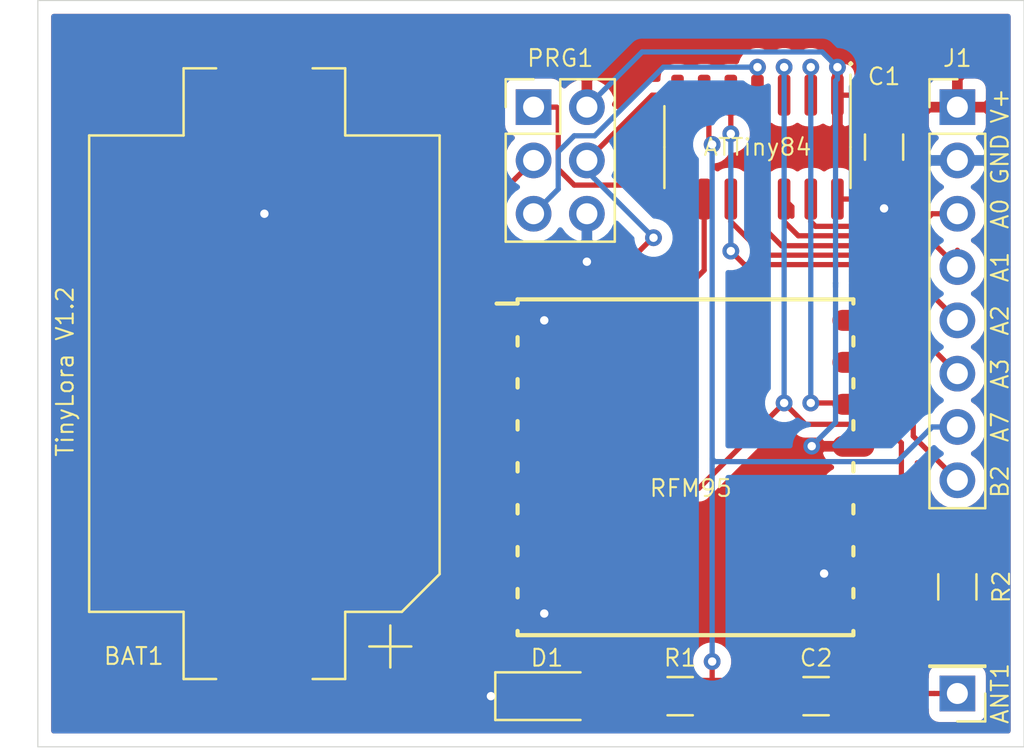
<source format=kicad_pcb>
(kicad_pcb (version 20171130) (host pcbnew 5.1.5)

  (general
    (thickness 1.6)
    (drawings 14)
    (tracks 155)
    (zones 0)
    (modules 11)
    (nets 23)
  )

  (page A4)
  (layers
    (0 F.Cu signal)
    (31 B.Cu signal)
    (32 B.Adhes user)
    (33 F.Adhes user)
    (34 B.Paste user)
    (35 F.Paste user)
    (36 B.SilkS user)
    (37 F.SilkS user)
    (38 B.Mask user)
    (39 F.Mask user)
    (40 Dwgs.User user)
    (41 Cmts.User user)
    (42 Eco1.User user)
    (43 Eco2.User user)
    (44 Edge.Cuts user)
    (45 Margin user)
    (46 B.CrtYd user)
    (47 F.CrtYd user)
    (48 B.Fab user)
    (49 F.Fab user)
  )

  (setup
    (last_trace_width 0.25)
    (trace_clearance 0.2)
    (zone_clearance 0.508)
    (zone_45_only no)
    (trace_min 0.2)
    (via_size 0.8)
    (via_drill 0.4)
    (via_min_size 0.4)
    (via_min_drill 0.3)
    (uvia_size 0.3)
    (uvia_drill 0.1)
    (uvias_allowed no)
    (uvia_min_size 0.2)
    (uvia_min_drill 0.1)
    (edge_width 0.05)
    (segment_width 0.2)
    (pcb_text_width 0.3)
    (pcb_text_size 1.5 1.5)
    (mod_edge_width 0.12)
    (mod_text_size 1 1)
    (mod_text_width 0.15)
    (pad_size 1.524 1.524)
    (pad_drill 0.762)
    (pad_to_mask_clearance 0.051)
    (solder_mask_min_width 0.25)
    (aux_axis_origin 0 0)
    (visible_elements FFFDFF7F)
    (pcbplotparams
      (layerselection 0x010fc_ffffffff)
      (usegerberextensions false)
      (usegerberattributes false)
      (usegerberadvancedattributes false)
      (creategerberjobfile false)
      (excludeedgelayer true)
      (linewidth 0.100000)
      (plotframeref false)
      (viasonmask false)
      (mode 1)
      (useauxorigin false)
      (hpglpennumber 1)
      (hpglpenspeed 20)
      (hpglpendiameter 15.000000)
      (psnegative false)
      (psa4output false)
      (plotreference true)
      (plotvalue true)
      (plotinvisibletext false)
      (padsonsilk false)
      (subtractmaskfromsilk false)
      (outputformat 1)
      (mirror false)
      (drillshape 0)
      (scaleselection 1)
      (outputdirectory "Gerber/"))
  )

  (net 0 "")
  (net 1 GND)
  (net 2 +3V3)
  (net 3 PB2)
  (net 4 PA7)
  (net 5 PA3)
  (net 6 PA2)
  (net 7 PA1)
  (net 8 PA0)
  (net 9 MISO)
  (net 10 SCK)
  (net 11 MOSI)
  (net 12 DIO0)
  (net 13 NSS)
  (net 14 RST)
  (net 15 "Net-(D1-Pad2)")
  (net 16 "Net-(ANT1-Pad1)")
  (net 17 "Net-(RFM95-Pad16)")
  (net 18 "Net-(RFM95-Pad15)")
  (net 19 "Net-(RFM95-Pad12)")
  (net 20 "Net-(RFM95-Pad11)")
  (net 21 "Net-(RFM95-Pad7)")
  (net 22 "Net-(RFM95-Pad6)")

  (net_class Default "Dies ist die voreingestellte Netzklasse."
    (clearance 0.2)
    (trace_width 0.25)
    (via_dia 0.8)
    (via_drill 0.4)
    (uvia_dia 0.3)
    (uvia_drill 0.1)
    (add_net +3V3)
    (add_net DIO0)
    (add_net GND)
    (add_net MISO)
    (add_net MOSI)
    (add_net NSS)
    (add_net "Net-(ANT1-Pad1)")
    (add_net "Net-(D1-Pad2)")
    (add_net "Net-(RFM95-Pad11)")
    (add_net "Net-(RFM95-Pad12)")
    (add_net "Net-(RFM95-Pad15)")
    (add_net "Net-(RFM95-Pad16)")
    (add_net "Net-(RFM95-Pad6)")
    (add_net "Net-(RFM95-Pad7)")
    (add_net PA0)
    (add_net PA1)
    (add_net PA2)
    (add_net PA3)
    (add_net PA7)
    (add_net PB2)
    (add_net RST)
    (add_net SCK)
  )

  (module Resistor_SMD:R_1206_3216Metric_Pad1.42x1.75mm_HandSolder (layer F.Cu) (tedit 5B301BBD) (tstamp 5E0CBF86)
    (at 89.535 71.12 90)
    (descr "Resistor SMD 1206 (3216 Metric), square (rectangular) end terminal, IPC_7351 nominal with elongated pad for handsoldering. (Body size source: http://www.tortai-tech.com/upload/download/2011102023233369053.pdf), generated with kicad-footprint-generator")
    (tags "resistor handsolder")
    (path /5E0CABAF)
    (attr smd)
    (fp_text reference R2 (at 0 2.0955 270) (layer F.SilkS)
      (effects (font (size 0.8 0.8) (thickness 0.1)))
    )
    (fp_text value 47K (at 0 1.82 90) (layer F.Fab)
      (effects (font (size 1 1) (thickness 0.15)))
    )
    (fp_text user %R (at 0 0 90) (layer F.Fab)
      (effects (font (size 0.8 0.8) (thickness 0.12)))
    )
    (fp_line (start 2.45 1.12) (end -2.45 1.12) (layer F.CrtYd) (width 0.05))
    (fp_line (start 2.45 -1.12) (end 2.45 1.12) (layer F.CrtYd) (width 0.05))
    (fp_line (start -2.45 -1.12) (end 2.45 -1.12) (layer F.CrtYd) (width 0.05))
    (fp_line (start -2.45 1.12) (end -2.45 -1.12) (layer F.CrtYd) (width 0.05))
    (fp_line (start -0.602064 0.91) (end 0.602064 0.91) (layer F.SilkS) (width 0.12))
    (fp_line (start -0.602064 -0.91) (end 0.602064 -0.91) (layer F.SilkS) (width 0.12))
    (fp_line (start 1.6 0.8) (end -1.6 0.8) (layer F.Fab) (width 0.1))
    (fp_line (start 1.6 -0.8) (end 1.6 0.8) (layer F.Fab) (width 0.1))
    (fp_line (start -1.6 -0.8) (end 1.6 -0.8) (layer F.Fab) (width 0.1))
    (fp_line (start -1.6 0.8) (end -1.6 -0.8) (layer F.Fab) (width 0.1))
    (pad 2 smd roundrect (at 1.4875 0 90) (size 1.425 1.75) (layers F.Cu F.Paste F.Mask) (roundrect_rratio 0.175439)
      (net 2 +3V3))
    (pad 1 smd roundrect (at -1.4875 0 90) (size 1.425 1.75) (layers F.Cu F.Paste F.Mask) (roundrect_rratio 0.175439)
      (net 13 NSS))
    (model ${KISYS3DMOD}/Resistor_SMD.3dshapes/R_1206_3216Metric.wrl
      (at (xyz 0 0 0))
      (scale (xyz 1 1 1))
      (rotate (xyz 0 0 0))
    )
  )

  (module Capacitor_SMD:C_1206_3216Metric_Pad1.42x1.75mm_HandSolder (layer F.Cu) (tedit 5B301BBE) (tstamp 5D693C4D)
    (at 82.804 76.327)
    (descr "Capacitor SMD 1206 (3216 Metric), square (rectangular) end terminal, IPC_7351 nominal with elongated pad for handsoldering. (Body size source: http://www.tortai-tech.com/upload/download/2011102023233369053.pdf), generated with kicad-footprint-generator")
    (tags "capacitor handsolder")
    (path /5D694E97)
    (attr smd)
    (fp_text reference C2 (at 0 -1.82) (layer F.SilkS)
      (effects (font (size 0.8 0.8) (thickness 0.1)))
    )
    (fp_text value 100n (at 0 1.82) (layer F.Fab)
      (effects (font (size 1 1) (thickness 0.15)))
    )
    (fp_text user %R (at 0 0) (layer F.Fab)
      (effects (font (size 0.8 0.8) (thickness 0.12)))
    )
    (fp_line (start 2.45 1.12) (end -2.45 1.12) (layer F.CrtYd) (width 0.05))
    (fp_line (start 2.45 -1.12) (end 2.45 1.12) (layer F.CrtYd) (width 0.05))
    (fp_line (start -2.45 -1.12) (end 2.45 -1.12) (layer F.CrtYd) (width 0.05))
    (fp_line (start -2.45 1.12) (end -2.45 -1.12) (layer F.CrtYd) (width 0.05))
    (fp_line (start -0.602064 0.91) (end 0.602064 0.91) (layer F.SilkS) (width 0.12))
    (fp_line (start -0.602064 -0.91) (end 0.602064 -0.91) (layer F.SilkS) (width 0.12))
    (fp_line (start 1.6 0.8) (end -1.6 0.8) (layer F.Fab) (width 0.1))
    (fp_line (start 1.6 -0.8) (end 1.6 0.8) (layer F.Fab) (width 0.1))
    (fp_line (start -1.6 -0.8) (end 1.6 -0.8) (layer F.Fab) (width 0.1))
    (fp_line (start -1.6 0.8) (end -1.6 -0.8) (layer F.Fab) (width 0.1))
    (pad 2 smd roundrect (at 1.4875 0) (size 1.425 1.75) (layers F.Cu F.Paste F.Mask) (roundrect_rratio 0.175439)
      (net 1 GND))
    (pad 1 smd roundrect (at -1.4875 0) (size 1.425 1.75) (layers F.Cu F.Paste F.Mask) (roundrect_rratio 0.175439)
      (net 2 +3V3))
    (model ${KISYS3DMOD}/Capacitor_SMD.3dshapes/C_1206_3216Metric.wrl
      (at (xyz 0 0 0))
      (scale (xyz 1 1 1))
      (rotate (xyz 0 0 0))
    )
  )

  (module Capacitor_SMD:C_1206_3216Metric_Pad1.42x1.75mm_HandSolder (layer F.Cu) (tedit 5B301BBE) (tstamp 5D694D27)
    (at 86.0425 50.165 270)
    (descr "Capacitor SMD 1206 (3216 Metric), square (rectangular) end terminal, IPC_7351 nominal with elongated pad for handsoldering. (Body size source: http://www.tortai-tech.com/upload/download/2011102023233369053.pdf), generated with kicad-footprint-generator")
    (tags "capacitor handsolder")
    (path /5D696543)
    (attr smd)
    (fp_text reference C1 (at -3.3655 0 180) (layer F.SilkS)
      (effects (font (size 0.8 0.8) (thickness 0.1)))
    )
    (fp_text value 100n (at 0 1.82 90) (layer F.Fab)
      (effects (font (size 1 1) (thickness 0.15)))
    )
    (fp_text user %R (at -0.127 0 90) (layer F.Fab) hide
      (effects (font (size 0.8 0.8) (thickness 0.12)))
    )
    (fp_line (start 2.45 1.12) (end -2.45 1.12) (layer F.CrtYd) (width 0.05))
    (fp_line (start 2.45 -1.12) (end 2.45 1.12) (layer F.CrtYd) (width 0.05))
    (fp_line (start -2.45 -1.12) (end 2.45 -1.12) (layer F.CrtYd) (width 0.05))
    (fp_line (start -2.45 1.12) (end -2.45 -1.12) (layer F.CrtYd) (width 0.05))
    (fp_line (start -0.602064 0.91) (end 0.602064 0.91) (layer F.SilkS) (width 0.12))
    (fp_line (start -0.602064 -0.91) (end 0.602064 -0.91) (layer F.SilkS) (width 0.12))
    (fp_line (start 1.6 0.8) (end -1.6 0.8) (layer F.Fab) (width 0.1))
    (fp_line (start 1.6 -0.8) (end 1.6 0.8) (layer F.Fab) (width 0.1))
    (fp_line (start -1.6 -0.8) (end 1.6 -0.8) (layer F.Fab) (width 0.1))
    (fp_line (start -1.6 0.8) (end -1.6 -0.8) (layer F.Fab) (width 0.1))
    (pad 2 smd roundrect (at 1.4875 0 270) (size 1.425 1.75) (layers F.Cu F.Paste F.Mask) (roundrect_rratio 0.175439)
      (net 1 GND))
    (pad 1 smd roundrect (at -1.4875 0 270) (size 1.425 1.75) (layers F.Cu F.Paste F.Mask) (roundrect_rratio 0.175439)
      (net 2 +3V3))
    (model ${KISYS3DMOD}/Capacitor_SMD.3dshapes/C_1206_3216Metric.wrl
      (at (xyz 0 0 0))
      (scale (xyz 1 1 1))
      (rotate (xyz 0 0 0))
    )
  )

  (module Connector_PinHeader_2.54mm:PinHeader_2x03_P2.54mm_Vertical (layer F.Cu) (tedit 59FED5CC) (tstamp 5D668AFA)
    (at 69.342 48.26)
    (descr "Through hole straight pin header, 2x03, 2.54mm pitch, double rows")
    (tags "Through hole pin header THT 2x03 2.54mm double row")
    (path /5D69C5BF)
    (fp_text reference PRG1 (at 1.27 -2.33) (layer F.SilkS)
      (effects (font (size 0.8 0.8) (thickness 0.1)))
    )
    (fp_text value PRG (at 1.27 7.41) (layer F.Fab)
      (effects (font (size 1 1) (thickness 0.15)))
    )
    (fp_text user %R (at 1.27 2.54 180) (layer F.Fab) hide
      (effects (font (size 1 1) (thickness 0.15)))
    )
    (fp_line (start 4.35 -1.8) (end -1.8 -1.8) (layer F.CrtYd) (width 0.05))
    (fp_line (start 4.35 6.85) (end 4.35 -1.8) (layer F.CrtYd) (width 0.05))
    (fp_line (start -1.8 6.85) (end 4.35 6.85) (layer F.CrtYd) (width 0.05))
    (fp_line (start -1.8 -1.8) (end -1.8 6.85) (layer F.CrtYd) (width 0.05))
    (fp_line (start -1.33 -1.33) (end 0 -1.33) (layer F.SilkS) (width 0.12))
    (fp_line (start -1.33 0) (end -1.33 -1.33) (layer F.SilkS) (width 0.12))
    (fp_line (start 1.27 -1.33) (end 3.87 -1.33) (layer F.SilkS) (width 0.12))
    (fp_line (start 1.27 1.27) (end 1.27 -1.33) (layer F.SilkS) (width 0.12))
    (fp_line (start -1.33 1.27) (end 1.27 1.27) (layer F.SilkS) (width 0.12))
    (fp_line (start 3.87 -1.33) (end 3.87 6.41) (layer F.SilkS) (width 0.12))
    (fp_line (start -1.33 1.27) (end -1.33 6.41) (layer F.SilkS) (width 0.12))
    (fp_line (start -1.33 6.41) (end 3.87 6.41) (layer F.SilkS) (width 0.12))
    (fp_line (start -1.27 0) (end 0 -1.27) (layer F.Fab) (width 0.1))
    (fp_line (start -1.27 6.35) (end -1.27 0) (layer F.Fab) (width 0.1))
    (fp_line (start 3.81 6.35) (end -1.27 6.35) (layer F.Fab) (width 0.1))
    (fp_line (start 3.81 -1.27) (end 3.81 6.35) (layer F.Fab) (width 0.1))
    (fp_line (start 0 -1.27) (end 3.81 -1.27) (layer F.Fab) (width 0.1))
    (pad 6 thru_hole oval (at 2.54 5.08) (size 1.7 1.7) (drill 1) (layers *.Cu *.Mask)
      (net 1 GND))
    (pad 5 thru_hole oval (at 0 5.08) (size 1.7 1.7) (drill 1) (layers *.Cu *.Mask)
      (net 14 RST))
    (pad 4 thru_hole oval (at 2.54 2.54) (size 1.7 1.7) (drill 1) (layers *.Cu *.Mask)
      (net 11 MOSI))
    (pad 3 thru_hole oval (at 0 2.54) (size 1.7 1.7) (drill 1) (layers *.Cu *.Mask)
      (net 10 SCK))
    (pad 2 thru_hole oval (at 2.54 0) (size 1.7 1.7) (drill 1) (layers *.Cu *.Mask)
      (net 2 +3V3))
    (pad 1 thru_hole rect (at 0 0) (size 1.7 1.7) (drill 1) (layers *.Cu *.Mask)
      (net 9 MISO))
    (model ${KISYS3DMOD}/Connector_PinHeader_2.54mm.3dshapes/PinHeader_2x03_P2.54mm_Vertical.wrl
      (at (xyz 0 0 0))
      (scale (xyz 1 1 1))
      (rotate (xyz 0 0 0))
    )
  )

  (module Connector_PinHeader_2.54mm:PinHeader_1x08_P2.54mm_Vertical (layer F.Cu) (tedit 59FED5CC) (tstamp 5D66B938)
    (at 89.535 48.26)
    (descr "Through hole straight pin header, 1x08, 2.54mm pitch, single row")
    (tags "Through hole pin header THT 1x08 2.54mm single row")
    (path /5D68DC89)
    (fp_text reference J1 (at 0 -2.33) (layer F.SilkS)
      (effects (font (size 0.8 0.8) (thickness 0.1)))
    )
    (fp_text value J1 (at 0 20.11) (layer F.Fab)
      (effects (font (size 1 1) (thickness 0.15)))
    )
    (fp_text user %R (at 0 8.89 90) (layer F.Fab)
      (effects (font (size 1 1) (thickness 0.15)))
    )
    (fp_line (start 1.8 -1.8) (end -1.8 -1.8) (layer F.CrtYd) (width 0.05))
    (fp_line (start 1.8 19.55) (end 1.8 -1.8) (layer F.CrtYd) (width 0.05))
    (fp_line (start -1.8 19.55) (end 1.8 19.55) (layer F.CrtYd) (width 0.05))
    (fp_line (start -1.8 -1.8) (end -1.8 19.55) (layer F.CrtYd) (width 0.05))
    (fp_line (start -1.33 -1.33) (end 0 -1.33) (layer F.SilkS) (width 0.12))
    (fp_line (start -1.33 0) (end -1.33 -1.33) (layer F.SilkS) (width 0.12))
    (fp_line (start -1.33 1.27) (end 1.33 1.27) (layer F.SilkS) (width 0.12))
    (fp_line (start 1.33 1.27) (end 1.33 19.11) (layer F.SilkS) (width 0.12))
    (fp_line (start -1.33 1.27) (end -1.33 19.11) (layer F.SilkS) (width 0.12))
    (fp_line (start -1.33 19.11) (end 1.33 19.11) (layer F.SilkS) (width 0.12))
    (fp_line (start -1.27 -0.635) (end -0.635 -1.27) (layer F.Fab) (width 0.1))
    (fp_line (start -1.27 19.05) (end -1.27 -0.635) (layer F.Fab) (width 0.1))
    (fp_line (start 1.27 19.05) (end -1.27 19.05) (layer F.Fab) (width 0.1))
    (fp_line (start 1.27 -1.27) (end 1.27 19.05) (layer F.Fab) (width 0.1))
    (fp_line (start -0.635 -1.27) (end 1.27 -1.27) (layer F.Fab) (width 0.1))
    (pad 8 thru_hole oval (at 0 17.78) (size 1.7 1.7) (drill 1) (layers *.Cu *.Mask)
      (net 3 PB2))
    (pad 7 thru_hole oval (at 0 15.24) (size 1.7 1.7) (drill 1) (layers *.Cu *.Mask)
      (net 4 PA7))
    (pad 6 thru_hole oval (at 0 12.7) (size 1.7 1.7) (drill 1) (layers *.Cu *.Mask)
      (net 5 PA3))
    (pad 5 thru_hole oval (at 0 10.16) (size 1.7 1.7) (drill 1) (layers *.Cu *.Mask)
      (net 6 PA2))
    (pad 4 thru_hole oval (at 0 7.62) (size 1.7 1.7) (drill 1) (layers *.Cu *.Mask)
      (net 7 PA1))
    (pad 3 thru_hole oval (at 0 5.08) (size 1.7 1.7) (drill 1) (layers *.Cu *.Mask)
      (net 8 PA0))
    (pad 2 thru_hole oval (at 0 2.54) (size 1.7 1.7) (drill 1) (layers *.Cu *.Mask)
      (net 1 GND))
    (pad 1 thru_hole rect (at 0 0) (size 1.7 1.7) (drill 1) (layers *.Cu *.Mask)
      (net 2 +3V3))
    (model ${KISYS3DMOD}/Connector_PinHeader_2.54mm.3dshapes/PinHeader_1x08_P2.54mm_Vertical.wrl
      (at (xyz 0 0 0))
      (scale (xyz 1 1 1))
      (rotate (xyz 0 0 0))
    )
  )

  (module Resistor_SMD:R_1206_3216Metric_Pad1.42x1.75mm_HandSolder (layer F.Cu) (tedit 5B301BBD) (tstamp 5D68359C)
    (at 76.327 76.327)
    (descr "Resistor SMD 1206 (3216 Metric), square (rectangular) end terminal, IPC_7351 nominal with elongated pad for handsoldering. (Body size source: http://www.tortai-tech.com/upload/download/2011102023233369053.pdf), generated with kicad-footprint-generator")
    (tags "resistor handsolder")
    (path /5D6827F4)
    (attr smd)
    (fp_text reference R1 (at 0 -1.82) (layer F.SilkS)
      (effects (font (size 0.8 0.8) (thickness 0.1)))
    )
    (fp_text value 100 (at 0 1.82) (layer F.Fab)
      (effects (font (size 1 1) (thickness 0.15)))
    )
    (fp_text user %R (at 0 0) (layer F.Fab) hide
      (effects (font (size 0.8 0.8) (thickness 0.12)))
    )
    (fp_line (start 2.45 1.12) (end -2.45 1.12) (layer F.CrtYd) (width 0.05))
    (fp_line (start 2.45 -1.12) (end 2.45 1.12) (layer F.CrtYd) (width 0.05))
    (fp_line (start -2.45 -1.12) (end 2.45 -1.12) (layer F.CrtYd) (width 0.05))
    (fp_line (start -2.45 1.12) (end -2.45 -1.12) (layer F.CrtYd) (width 0.05))
    (fp_line (start -0.602064 0.91) (end 0.602064 0.91) (layer F.SilkS) (width 0.12))
    (fp_line (start -0.602064 -0.91) (end 0.602064 -0.91) (layer F.SilkS) (width 0.12))
    (fp_line (start 1.6 0.8) (end -1.6 0.8) (layer F.Fab) (width 0.1))
    (fp_line (start 1.6 -0.8) (end 1.6 0.8) (layer F.Fab) (width 0.1))
    (fp_line (start -1.6 -0.8) (end 1.6 -0.8) (layer F.Fab) (width 0.1))
    (fp_line (start -1.6 0.8) (end -1.6 -0.8) (layer F.Fab) (width 0.1))
    (pad 2 smd roundrect (at 1.4875 0) (size 1.425 1.75) (layers F.Cu F.Paste F.Mask) (roundrect_rratio 0.175439)
      (net 4 PA7))
    (pad 1 smd roundrect (at -1.4875 0) (size 1.425 1.75) (layers F.Cu F.Paste F.Mask) (roundrect_rratio 0.175439)
      (net 15 "Net-(D1-Pad2)"))
    (model ${KISYS3DMOD}/Resistor_SMD.3dshapes/R_1206_3216Metric.wrl
      (at (xyz 0 0 0))
      (scale (xyz 1 1 1))
      (rotate (xyz 0 0 0))
    )
  )

  (module LED_SMD:LED_1206_3216Metric_Pad1.42x1.75mm_HandSolder (layer F.Cu) (tedit 5B4B45C9) (tstamp 5D68353A)
    (at 69.977 76.327)
    (descr "LED SMD 1206 (3216 Metric), square (rectangular) end terminal, IPC_7351 nominal, (Body size source: http://www.tortai-tech.com/upload/download/2011102023233369053.pdf), generated with kicad-footprint-generator")
    (tags "LED handsolder")
    (path /5D67F14D)
    (attr smd)
    (fp_text reference D1 (at 0 -1.82) (layer F.SilkS)
      (effects (font (size 0.8 0.8) (thickness 0.1)))
    )
    (fp_text value LED (at 0 1.82) (layer F.Fab)
      (effects (font (size 1 1) (thickness 0.15)))
    )
    (fp_text user %R (at 0.127 0) (layer F.Fab) hide
      (effects (font (size 0.8 0.8) (thickness 0.12)))
    )
    (fp_line (start 2.45 1.12) (end -2.45 1.12) (layer F.CrtYd) (width 0.05))
    (fp_line (start 2.45 -1.12) (end 2.45 1.12) (layer F.CrtYd) (width 0.05))
    (fp_line (start -2.45 -1.12) (end 2.45 -1.12) (layer F.CrtYd) (width 0.05))
    (fp_line (start -2.45 1.12) (end -2.45 -1.12) (layer F.CrtYd) (width 0.05))
    (fp_line (start -2.46 1.135) (end 1.6 1.135) (layer F.SilkS) (width 0.12))
    (fp_line (start -2.46 -1.135) (end -2.46 1.135) (layer F.SilkS) (width 0.12))
    (fp_line (start 1.6 -1.135) (end -2.46 -1.135) (layer F.SilkS) (width 0.12))
    (fp_line (start 1.6 0.8) (end 1.6 -0.8) (layer F.Fab) (width 0.1))
    (fp_line (start -1.6 0.8) (end 1.6 0.8) (layer F.Fab) (width 0.1))
    (fp_line (start -1.6 -0.4) (end -1.6 0.8) (layer F.Fab) (width 0.1))
    (fp_line (start -1.2 -0.8) (end -1.6 -0.4) (layer F.Fab) (width 0.1))
    (fp_line (start 1.6 -0.8) (end -1.2 -0.8) (layer F.Fab) (width 0.1))
    (pad 2 smd roundrect (at 1.4875 0) (size 1.425 1.75) (layers F.Cu F.Paste F.Mask) (roundrect_rratio 0.175439)
      (net 15 "Net-(D1-Pad2)"))
    (pad 1 smd roundrect (at -1.4875 0) (size 1.425 1.75) (layers F.Cu F.Paste F.Mask) (roundrect_rratio 0.175439)
      (net 1 GND))
    (model ${KISYS3DMOD}/LED_SMD.3dshapes/LED_1206_3216Metric.wrl
      (at (xyz 0 0 0))
      (scale (xyz 1 1 1))
      (rotate (xyz 0 0 0))
    )
  )

  (module battery_holder:BatteryHolder_Keystone_1060_1x2032_Long_Pad (layer F.Cu) (tedit 5D66CD14) (tstamp 5D66BC43)
    (at 56.515 60.96 90)
    (descr http://www.keyelco.com/product-pdf.cfm?p=726)
    (tags "CR2032 BR2032 BatteryHolder Battery")
    (path /5D6F40EE)
    (attr smd)
    (fp_text reference BAT1 (at -13.462 -6.223 180) (layer F.SilkS)
      (effects (font (size 0.8 0.8) (thickness 0.1)))
    )
    (fp_text value Battery_Cell (at 0 -11.75 90) (layer F.Fab)
      (effects (font (size 1 1) (thickness 0.15)))
    )
    (fp_circle (center 0 0) (end -10.2 0) (layer Dwgs.User) (width 0.3))
    (fp_line (start 11 8) (end -9.4 8) (layer F.Fab) (width 0.1))
    (fp_line (start 11 -8) (end -11 -8) (layer F.Fab) (width 0.1))
    (fp_line (start 11 8) (end 11 3.5) (layer F.Fab) (width 0.1))
    (fp_line (start 11 -8) (end 11 -3.5) (layer F.Fab) (width 0.1))
    (fp_line (start -11 -8) (end -11 -3.5) (layer F.Fab) (width 0.1))
    (fp_line (start -11 6.4) (end -11 3.5) (layer F.Fab) (width 0.1))
    (fp_line (start -11 3.5) (end -14.2 3.5) (layer F.Fab) (width 0.1))
    (fp_line (start -14.2 3.5) (end -14.2 -3.5) (layer F.Fab) (width 0.1))
    (fp_line (start -14.2 -3.5) (end -11 -3.5) (layer F.Fab) (width 0.1))
    (fp_line (start 11 3.5) (end 14.2 3.5) (layer F.Fab) (width 0.1))
    (fp_line (start 14.2 3.5) (end 14.2 -3.5) (layer F.Fab) (width 0.1))
    (fp_line (start 14.2 -3.5) (end 11 -3.5) (layer F.Fab) (width 0.1))
    (fp_line (start -9.4 8) (end -11 6.4) (layer F.Fab) (width 0.1))
    (fp_line (start 11.35 3.85) (end 14.55 3.85) (layer F.SilkS) (width 0.12))
    (fp_line (start 14.55 3.85) (end 14.55 2.3) (layer F.SilkS) (width 0.12))
    (fp_line (start 11.35 8.35) (end 11.35 3.85) (layer F.SilkS) (width 0.12))
    (fp_line (start 11.35 8.35) (end -9.55 8.35) (layer F.SilkS) (width 0.12))
    (fp_line (start -11.35 6.55) (end -11.35 3.85) (layer F.SilkS) (width 0.12))
    (fp_line (start -9.55 8.35) (end -11.35 6.55) (layer F.SilkS) (width 0.12))
    (fp_line (start -11.35 3.85) (end -14.55 3.85) (layer F.SilkS) (width 0.12))
    (fp_line (start -14.55 3.85) (end -14.55 2.3) (layer F.SilkS) (width 0.12))
    (fp_line (start -11.35 -3.85) (end -14.55 -3.85) (layer F.SilkS) (width 0.12))
    (fp_line (start -14.55 -3.85) (end -14.55 -2.3) (layer F.SilkS) (width 0.12))
    (fp_line (start 11.35 -3.85) (end 14.55 -3.85) (layer F.SilkS) (width 0.12))
    (fp_line (start 14.55 -3.85) (end 14.55 -2.3) (layer F.SilkS) (width 0.12))
    (fp_line (start -11.35 -8.35) (end 11.35 -8.35) (layer F.SilkS) (width 0.12))
    (fp_line (start -11.35 -8.35) (end -11.35 -3.85) (layer F.SilkS) (width 0.12))
    (fp_line (start 11.35 -8.35) (end 11.35 -3.85) (layer F.SilkS) (width 0.12))
    (fp_arc (start 0 0) (end -6.5 8.5) (angle -74.81070976) (layer F.CrtYd) (width 0.05))
    (fp_line (start 11.5 8.5) (end 6.5 8.5) (layer F.CrtYd) (width 0.05))
    (fp_line (start -6.5 8.5) (end -11.5 8.5) (layer F.CrtYd) (width 0.05))
    (fp_line (start -11.5 4) (end -11.5 8.5) (layer F.CrtYd) (width 0.05))
    (fp_line (start -14.7 4) (end -11.5 4) (layer F.CrtYd) (width 0.05))
    (fp_line (start -14.7 4) (end -14.7 2.3) (layer F.CrtYd) (width 0.05))
    (fp_line (start -14.7 2.3) (end -16.45 2.3) (layer F.CrtYd) (width 0.05))
    (fp_line (start -16.45 2.3) (end -16.45 -2.3) (layer F.CrtYd) (width 0.05))
    (fp_line (start -14.7 -2.3) (end -16.45 -2.3) (layer F.CrtYd) (width 0.05))
    (fp_line (start -14.7 -2.3) (end -14.7 -4) (layer F.CrtYd) (width 0.05))
    (fp_line (start -14.7 -4) (end -11.5 -4) (layer F.CrtYd) (width 0.05))
    (fp_line (start -11.5 -4) (end -11.5 -8.5) (layer F.CrtYd) (width 0.05))
    (fp_line (start -11.5 -8.5) (end -6.5 -8.5) (layer F.CrtYd) (width 0.05))
    (fp_line (start 11.5 -8.5) (end 11.5 -4) (layer F.CrtYd) (width 0.05))
    (fp_line (start 11.5 -4) (end 14.7 -4) (layer F.CrtYd) (width 0.05))
    (fp_line (start 14.7 -4) (end 14.7 -2.3) (layer F.CrtYd) (width 0.05))
    (fp_line (start 14.7 -2.3) (end 16.45 -2.3) (layer F.CrtYd) (width 0.05))
    (fp_line (start 16.45 -2.3) (end 16.45 2.3) (layer F.CrtYd) (width 0.05))
    (fp_line (start 16.45 2.3) (end 14.7 2.3) (layer F.CrtYd) (width 0.05))
    (fp_line (start 14.7 2.3) (end 14.7 4) (layer F.CrtYd) (width 0.05))
    (fp_line (start 14.7 4) (end 11.5 4) (layer F.CrtYd) (width 0.05))
    (fp_line (start 11.5 4) (end 11.5 8.5) (layer F.CrtYd) (width 0.05))
    (fp_arc (start 0 0) (end 6.5 -8.5) (angle -74.81070976) (layer F.CrtYd) (width 0.05))
    (fp_line (start 11.5 -8.5) (end 6.5 -8.5) (layer F.CrtYd) (width 0.05))
    (fp_text user BAT (at 0 0 90) (layer F.Fab) hide
      (effects (font (size 1 1) (thickness 0.15)))
    )
    (fp_line (start -13 5) (end -13 7) (layer F.SilkS) (width 0.12))
    (fp_line (start -12 6) (end -14 6) (layer F.SilkS) (width 0.12))
    (pad 2 smd rect (at 12.446 0 270) (size 7.1 3.6) (layers F.Cu F.Paste F.Mask)
      (net 1 GND))
    (pad 1 smd rect (at -12.446 0 270) (size 7.1 3.6) (layers F.Cu F.Paste F.Mask)
      (net 2 +3V3))
    (model ${KISYS3DMOD}/Battery.3dshapes/BatteryHolder_Keystone_1060_1x2032.wrl
      (at (xyz 0 0 0))
      (scale (xyz 1 1 1))
      (rotate (xyz 0 0 0))
    )
  )

  (module Package_SO:SOIC-14_3.9x8.7mm_P1.27mm (layer F.Cu) (tedit 5C97300E) (tstamp 5D668B1A)
    (at 80.01 50.165 270)
    (descr "SOIC, 14 Pin (JEDEC MS-012AB, https://www.analog.com/media/en/package-pcb-resources/package/pkg_pdf/soic_narrow-r/r_14.pdf), generated with kicad-footprint-generator ipc_gullwing_generator.py")
    (tags "SOIC SO")
    (path /5D66342E)
    (attr smd)
    (fp_text reference ATTiny84 (at 0 0 180) (layer F.SilkS)
      (effects (font (size 0.8 0.8) (thickness 0.1)))
    )
    (fp_text value ATtiny84A-SSU (at 0 5.28 90) (layer F.Fab)
      (effects (font (size 1 1) (thickness 0.15)))
    )
    (fp_text user %R (at 0 0 90) (layer F.Fab) hide
      (effects (font (size 0.98 0.98) (thickness 0.15)))
    )
    (fp_line (start 3.7 -4.58) (end -3.7 -4.58) (layer F.CrtYd) (width 0.05))
    (fp_line (start 3.7 4.58) (end 3.7 -4.58) (layer F.CrtYd) (width 0.05))
    (fp_line (start -3.7 4.58) (end 3.7 4.58) (layer F.CrtYd) (width 0.05))
    (fp_line (start -3.7 -4.58) (end -3.7 4.58) (layer F.CrtYd) (width 0.05))
    (fp_line (start -1.95 -3.35) (end -0.975 -4.325) (layer F.Fab) (width 0.1))
    (fp_line (start -1.95 4.325) (end -1.95 -3.35) (layer F.Fab) (width 0.1))
    (fp_line (start 1.95 4.325) (end -1.95 4.325) (layer F.Fab) (width 0.1))
    (fp_line (start 1.95 -4.325) (end 1.95 4.325) (layer F.Fab) (width 0.1))
    (fp_line (start -0.975 -4.325) (end 1.95 -4.325) (layer F.Fab) (width 0.1))
    (fp_line (start 0 -4.435) (end -3.45 -4.435) (layer F.SilkS) (width 0.12))
    (fp_line (start 0 -4.435) (end 1.95 -4.435) (layer F.SilkS) (width 0.12))
    (fp_line (start 0 4.435) (end -1.95 4.435) (layer F.SilkS) (width 0.12))
    (fp_line (start 0 4.435) (end 1.95 4.435) (layer F.SilkS) (width 0.12))
    (pad 14 smd roundrect (at 2.475 -3.81 270) (size 1.95 0.6) (layers F.Cu F.Paste F.Mask) (roundrect_rratio 0.25)
      (net 1 GND))
    (pad 13 smd roundrect (at 2.475 -2.54 270) (size 1.95 0.6) (layers F.Cu F.Paste F.Mask) (roundrect_rratio 0.25)
      (net 8 PA0))
    (pad 12 smd roundrect (at 2.475 -1.27 270) (size 1.95 0.6) (layers F.Cu F.Paste F.Mask) (roundrect_rratio 0.25)
      (net 7 PA1))
    (pad 11 smd roundrect (at 2.475 0 270) (size 1.95 0.6) (layers F.Cu F.Paste F.Mask) (roundrect_rratio 0.25)
      (net 6 PA2))
    (pad 10 smd roundrect (at 2.475 1.27 270) (size 1.95 0.6) (layers F.Cu F.Paste F.Mask) (roundrect_rratio 0.25)
      (net 5 PA3))
    (pad 9 smd roundrect (at 2.475 2.54 270) (size 1.95 0.6) (layers F.Cu F.Paste F.Mask) (roundrect_rratio 0.25)
      (net 10 SCK))
    (pad 8 smd roundrect (at 2.475 3.81 270) (size 1.95 0.6) (layers F.Cu F.Paste F.Mask) (roundrect_rratio 0.25)
      (net 9 MISO))
    (pad 7 smd roundrect (at -2.475 3.81 270) (size 1.95 0.6) (layers F.Cu F.Paste F.Mask) (roundrect_rratio 0.25)
      (net 11 MOSI))
    (pad 6 smd roundrect (at -2.475 2.54 270) (size 1.95 0.6) (layers F.Cu F.Paste F.Mask) (roundrect_rratio 0.25)
      (net 4 PA7))
    (pad 5 smd roundrect (at -2.475 1.27 270) (size 1.95 0.6) (layers F.Cu F.Paste F.Mask) (roundrect_rratio 0.25)
      (net 3 PB2))
    (pad 4 smd roundrect (at -2.475 0 270) (size 1.95 0.6) (layers F.Cu F.Paste F.Mask) (roundrect_rratio 0.25)
      (net 14 RST))
    (pad 3 smd roundrect (at -2.475 -1.27 270) (size 1.95 0.6) (layers F.Cu F.Paste F.Mask) (roundrect_rratio 0.25)
      (net 13 NSS))
    (pad 2 smd roundrect (at -2.475 -2.54 270) (size 1.95 0.6) (layers F.Cu F.Paste F.Mask) (roundrect_rratio 0.25)
      (net 12 DIO0))
    (pad 1 smd roundrect (at -2.475 -3.81 270) (size 1.95 0.6) (layers F.Cu F.Paste F.Mask) (roundrect_rratio 0.25)
      (net 2 +3V3))
    (model ${KISYS3DMOD}/Package_SO.3dshapes/SOIC-14_3.9x8.7mm_P1.27mm.wrl
      (at (xyz 0 0 0))
      (scale (xyz 1 1 1))
      (rotate (xyz 0 0 0))
    )
  )

  (module RFM:RFM95 (layer F.Cu) (tedit 585E5D4C) (tstamp 5D66B997)
    (at 68.58 58.42)
    (path /5D664943)
    (fp_text reference RFM95 (at 8.255 8.001) (layer F.SilkS)
      (effects (font (size 0.8 0.8) (thickness 0.1)))
    )
    (fp_text value RFM95W-868S2 (at 7.62 7.62) (layer F.Fab)
      (effects (font (size 1 1) (thickness 0.15)))
    )
    (fp_line (start 0 -1) (end 16 -1) (layer F.SilkS) (width 0.2))
    (fp_line (start 0 10.8) (end 0 11.2) (layer F.SilkS) (width 0.2))
    (fp_line (start 0 8.8) (end 0 9.2) (layer F.SilkS) (width 0.2))
    (fp_line (start 0 6.8) (end 0 7.2) (layer F.SilkS) (width 0.2))
    (fp_line (start 0 4.8) (end 0 5.2) (layer F.SilkS) (width 0.2))
    (fp_line (start 0 3.2) (end 0 2.8) (layer F.SilkS) (width 0.2))
    (fp_line (start 0 1.2) (end 0 0.8) (layer F.SilkS) (width 0.2))
    (fp_line (start -1 -0.8) (end 0 -0.8) (layer F.SilkS) (width 0.2))
    (fp_line (start 0 -0.8) (end 0 -1) (layer F.SilkS) (width 0.2))
    (fp_line (start 0 12.8) (end 0 13.2) (layer F.SilkS) (width 0.2))
    (fp_line (start 16 -1) (end 16 -0.8) (layer F.SilkS) (width 0.2))
    (fp_line (start 16 0.8) (end 16 1.2) (layer F.SilkS) (width 0.2))
    (fp_line (start 16 2.8) (end 16 3.2) (layer F.SilkS) (width 0.2))
    (fp_line (start 16 4.8) (end 16 5.2) (layer F.SilkS) (width 0.2))
    (fp_line (start 16 6.8) (end 16 7.2) (layer F.SilkS) (width 0.2))
    (fp_line (start 16 8.8) (end 16 9.2) (layer F.SilkS) (width 0.2))
    (fp_line (start 16 10.8) (end 16 11.2) (layer F.SilkS) (width 0.2))
    (fp_line (start 16 12.8) (end 16 13.2) (layer F.SilkS) (width 0.2))
    (fp_line (start 16 14.8) (end 16 15) (layer F.SilkS) (width 0.2))
    (fp_line (start 16 15) (end 0 15) (layer F.SilkS) (width 0.2))
    (fp_line (start 0 15) (end 0 14.8) (layer F.SilkS) (width 0.2))
    (pad 16 smd oval (at 16 0) (size 2 1) (layers F.Cu F.Paste F.Mask)
      (net 17 "Net-(RFM95-Pad16)"))
    (pad 15 smd oval (at 16 2) (size 2 1) (layers F.Cu F.Paste F.Mask)
      (net 18 "Net-(RFM95-Pad15)"))
    (pad 14 smd oval (at 16 4) (size 2 1) (layers F.Cu F.Paste F.Mask)
      (net 12 DIO0))
    (pad 13 smd oval (at 16 6) (size 2 1) (layers F.Cu F.Paste F.Mask)
      (net 2 +3V3))
    (pad 12 smd oval (at 16 8) (size 2 1) (layers F.Cu F.Paste F.Mask)
      (net 19 "Net-(RFM95-Pad12)"))
    (pad 11 smd oval (at 16 10) (size 2 1) (layers F.Cu F.Paste F.Mask)
      (net 20 "Net-(RFM95-Pad11)"))
    (pad 10 smd oval (at 16 12) (size 2 1) (layers F.Cu F.Paste F.Mask)
      (net 1 GND))
    (pad 9 smd oval (at 16 14) (size 2 1) (layers F.Cu F.Paste F.Mask)
      (net 16 "Net-(ANT1-Pad1)"))
    (pad 8 smd oval (at 0 14) (size 2 1) (layers F.Cu F.Paste F.Mask)
      (net 1 GND))
    (pad 7 smd oval (at 0 12) (size 2 1) (layers F.Cu F.Paste F.Mask)
      (net 21 "Net-(RFM95-Pad7)"))
    (pad 6 smd oval (at 0 10) (size 2 1) (layers F.Cu F.Paste F.Mask)
      (net 22 "Net-(RFM95-Pad6)"))
    (pad 5 smd oval (at 0 8) (size 2 1) (layers F.Cu F.Paste F.Mask)
      (net 13 NSS))
    (pad 4 smd oval (at 0 6) (size 2 1) (layers F.Cu F.Paste F.Mask)
      (net 10 SCK))
    (pad 3 smd oval (at 0 4) (size 2 1) (layers F.Cu F.Paste F.Mask)
      (net 9 MISO))
    (pad 2 smd oval (at 0 2) (size 2 1) (layers F.Cu F.Paste F.Mask)
      (net 11 MOSI))
    (pad 1 smd oval (at 0 0) (size 2 1) (layers F.Cu F.Paste F.Mask)
      (net 1 GND))
  )

  (module Connector_PinHeader_2.54mm:PinHeader_1x01_P2.54mm_Vertical (layer F.Cu) (tedit 59FED5CC) (tstamp 5D66B8BC)
    (at 89.535 76.2 180)
    (descr "Through hole straight pin header, 1x01, 2.54mm pitch, single row")
    (tags "Through hole pin header THT 1x01 2.54mm single row")
    (path /5D699DFD)
    (fp_text reference ANT1 (at -2.032 0 90) (layer F.SilkS)
      (effects (font (size 0.8 0.8) (thickness 0.1)))
    )
    (fp_text value Antenna (at 0 2.33) (layer F.Fab)
      (effects (font (size 1 1) (thickness 0.15)))
    )
    (fp_text user %R (at -1.905 0 270) (layer F.Fab)
      (effects (font (size 0.8 0.8) (thickness 0.1)))
    )
    (fp_line (start 1.8 -1.8) (end -1.8 -1.8) (layer F.CrtYd) (width 0.05))
    (fp_line (start 1.8 1.8) (end 1.8 -1.8) (layer F.CrtYd) (width 0.05))
    (fp_line (start -1.8 1.8) (end 1.8 1.8) (layer F.CrtYd) (width 0.05))
    (fp_line (start -1.8 -1.8) (end -1.8 1.8) (layer F.CrtYd) (width 0.05))
    (fp_line (start -1.33 -1.33) (end 0 -1.33) (layer F.SilkS) (width 0.12))
    (fp_line (start -1.33 0) (end -1.33 -1.33) (layer F.SilkS) (width 0.12))
    (fp_line (start -1.33 1.27) (end 1.33 1.27) (layer F.SilkS) (width 0.12))
    (fp_line (start 1.33 1.27) (end 1.33 1.33) (layer F.SilkS) (width 0.12))
    (fp_line (start -1.33 1.27) (end -1.33 1.33) (layer F.SilkS) (width 0.12))
    (fp_line (start -1.33 1.33) (end 1.33 1.33) (layer F.SilkS) (width 0.12))
    (fp_line (start -1.27 -0.635) (end -0.635 -1.27) (layer F.Fab) (width 0.1))
    (fp_line (start -1.27 1.27) (end -1.27 -0.635) (layer F.Fab) (width 0.1))
    (fp_line (start 1.27 1.27) (end -1.27 1.27) (layer F.Fab) (width 0.1))
    (fp_line (start 1.27 -1.27) (end 1.27 1.27) (layer F.Fab) (width 0.1))
    (fp_line (start -0.635 -1.27) (end 1.27 -1.27) (layer F.Fab) (width 0.1))
    (pad 1 thru_hole rect (at 0 0 180) (size 1.7 1.7) (drill 1) (layers *.Cu *.Mask)
      (net 16 "Net-(ANT1-Pad1)"))
    (model ${KISYS3DMOD}/Connector_PinHeader_2.54mm.3dshapes/PinHeader_1x01_P2.54mm_Vertical.wrl
      (at (xyz 0 0 0))
      (scale (xyz 1 1 1))
      (rotate (xyz 0 0 0))
    )
  )

  (gr_text . (at 84.455 45.7835) (layer F.SilkS)
    (effects (font (size 1 1) (thickness 0.15)))
  )
  (gr_text B2 (at 91.567 66.1035 90) (layer F.SilkS)
    (effects (font (size 0.8 0.8) (thickness 0.1)))
  )
  (gr_text A7 (at 91.567 63.5 90) (layer F.SilkS)
    (effects (font (size 0.8 0.8) (thickness 0.1)))
  )
  (gr_text A3 (at 91.567 60.96 90) (layer F.SilkS)
    (effects (font (size 0.8 0.8) (thickness 0.1)))
  )
  (gr_text A2 (at 91.567 58.42 90) (layer F.SilkS)
    (effects (font (size 0.8 0.8) (thickness 0.1)))
  )
  (gr_text A1 (at 91.567 55.88 90) (layer F.SilkS)
    (effects (font (size 0.8 0.8) (thickness 0.1)))
  )
  (gr_text A0 (at 91.567 53.34 90) (layer F.SilkS)
    (effects (font (size 0.8 0.8) (thickness 0.1)))
  )
  (gr_text GND (at 91.567 50.7365 90) (layer F.SilkS)
    (effects (font (size 0.8 0.8) (thickness 0.1)))
  )
  (gr_text V+ (at 91.567 48.1965 90) (layer F.SilkS)
    (effects (font (size 0.8 0.8) (thickness 0.1)))
  )
  (gr_text "TinyLora V1.2" (at 47.0154 60.8584 90) (layer F.SilkS)
    (effects (font (size 0.8 0.8) (thickness 0.1)))
  )
  (gr_line (start 92.71 43.18) (end 45.72 43.18) (layer Edge.Cuts) (width 0.05) (tstamp 5D66E377))
  (gr_line (start 92.71 78.74) (end 92.71 43.18) (layer Edge.Cuts) (width 0.05))
  (gr_line (start 45.72 78.74) (end 92.71 78.74) (layer Edge.Cuts) (width 0.05))
  (gr_line (start 45.72 43.18) (end 45.72 78.74) (layer Edge.Cuts) (width 0.05))

  (via (at 83.185 70.485) (size 0.8) (drill 0.4) (layers F.Cu B.Cu) (net 1))
  (segment (start 84.58 70.42) (end 83.25 70.42) (width 0.25) (layer F.Cu) (net 1))
  (segment (start 83.25 70.42) (end 83.185 70.485) (width 0.25) (layer F.Cu) (net 1))
  (via (at 69.85 72.39) (size 0.8) (drill 0.4) (layers F.Cu B.Cu) (net 1))
  (segment (start 68.58 72.42) (end 69.82 72.42) (width 0.25) (layer F.Cu) (net 1))
  (segment (start 69.82 72.42) (end 69.85 72.39) (width 0.25) (layer F.Cu) (net 1))
  (via (at 69.85 58.42) (size 0.8) (drill 0.4) (layers F.Cu B.Cu) (net 1))
  (segment (start 68.58 58.42) (end 69.85 58.42) (width 0.25) (layer F.Cu) (net 1))
  (via (at 56.515 53.34) (size 0.8) (drill 0.4) (layers F.Cu B.Cu) (net 1))
  (segment (start 56.515 48.514) (end 56.515 53.34) (width 0.25) (layer F.Cu) (net 1))
  (via (at 67.31 76.327) (size 0.8) (drill 0.4) (layers F.Cu B.Cu) (net 1))
  (segment (start 68.4895 76.327) (end 67.31 76.327) (width 0.25) (layer F.Cu) (net 1))
  (via (at 71.882 55.626) (size 0.8) (drill 0.4) (layers F.Cu B.Cu) (net 1))
  (segment (start 71.882 53.34) (end 71.882 55.626) (width 0.25) (layer F.Cu) (net 1))
  (segment (start 83.185 71.050685) (end 83.185 70.485) (width 0.25) (layer F.Cu) (net 1))
  (segment (start 84.2915 75.352) (end 83.185 74.2455) (width 0.25) (layer F.Cu) (net 1))
  (segment (start 83.185 74.2455) (end 83.185 71.050685) (width 0.25) (layer F.Cu) (net 1))
  (segment (start 84.2915 76.327) (end 84.2915 75.352) (width 0.25) (layer F.Cu) (net 1))
  (segment (start 85.055 52.64) (end 86.0425 51.6525) (width 0.25) (layer F.Cu) (net 1))
  (segment (start 83.82 52.64) (end 85.055 52.64) (width 0.25) (layer F.Cu) (net 1))
  (via (at 86.0425 53.086) (size 0.8) (drill 0.4) (layers F.Cu B.Cu) (net 1))
  (segment (start 86.0425 51.6525) (end 86.0425 53.086) (width 0.25) (layer F.Cu) (net 1))
  (via (at 83.82 46.355) (size 0.8) (drill 0.4) (layers F.Cu B.Cu) (net 2))
  (segment (start 83.82 47.69) (end 83.82 46.355) (width 0.25) (layer F.Cu) (net 2))
  (segment (start 83.82 46.920685) (end 83.82 46.355) (width 0.25) (layer B.Cu) (net 2))
  (segment (start 83.729999 47.010686) (end 83.82 46.920685) (width 0.25) (layer B.Cu) (net 2))
  (segment (start 72.731999 47.410001) (end 71.882 48.26) (width 0.25) (layer B.Cu) (net 2))
  (segment (start 74.512001 45.629999) (end 72.731999 47.410001) (width 0.25) (layer B.Cu) (net 2))
  (segment (start 83.094999 45.629999) (end 74.512001 45.629999) (width 0.25) (layer B.Cu) (net 2))
  (segment (start 83.82 46.355) (end 83.094999 45.629999) (width 0.25) (layer B.Cu) (net 2))
  (segment (start 81.3165 75.352) (end 81.3165 76.327) (width 0.25) (layer F.Cu) (net 2))
  (segment (start 83.729999 55.589001) (end 83.729999 54.268201) (width 0.25) (layer B.Cu) (net 2))
  (segment (start 83.729999 54.268201) (end 83.729999 47.010686) (width 0.25) (layer B.Cu) (net 2))
  (segment (start 85.055 47.69) (end 86.0425 48.6775) (width 0.25) (layer F.Cu) (net 2))
  (segment (start 83.82 47.69) (end 85.055 47.69) (width 0.25) (layer F.Cu) (net 2))
  (via (at 82.59572 64.4144) (size 0.8) (drill 0.4) (layers F.Cu B.Cu) (net 2))
  (segment (start 84.58 64.42) (end 82.60132 64.42) (width 0.25) (layer F.Cu) (net 2))
  (segment (start 82.60132 64.42) (end 82.59572 64.4144) (width 0.25) (layer F.Cu) (net 2))
  (segment (start 83.729998 56.6409) (end 83.729999 56.640899) (width 0.25) (layer B.Cu) (net 2))
  (segment (start 83.729998 63.280122) (end 83.729998 56.6409) (width 0.25) (layer B.Cu) (net 2))
  (segment (start 82.59572 64.4144) (end 83.729998 63.280122) (width 0.25) (layer B.Cu) (net 2))
  (segment (start 83.729999 56.831399) (end 83.729999 56.640899) (width 0.25) (layer B.Cu) (net 2))
  (segment (start 83.729999 56.640899) (end 83.729999 55.589001) (width 0.25) (layer B.Cu) (net 2))
  (segment (start 82.59572 64.4144) (end 81.3165 65.69362) (width 0.25) (layer F.Cu) (net 2))
  (segment (start 81.3165 65.69362) (end 81.3165 66.18318) (width 0.25) (layer F.Cu) (net 2))
  (segment (start 81.3165 66.072815) (end 81.3165 66.18318) (width 0.25) (layer F.Cu) (net 2))
  (segment (start 81.3165 66.18318) (end 81.3165 75.352) (width 0.25) (layer F.Cu) (net 2))
  (segment (start 89.535 66.04) (end 87.43399 63.93899) (width 0.25) (layer F.Cu) (net 3))
  (segment (start 87.43399 59.75901) (end 87.43399 57.7174) (width 0.25) (layer F.Cu) (net 3))
  (segment (start 87.43399 59.75901) (end 87.43399 59.4954) (width 0.25) (layer F.Cu) (net 3))
  (segment (start 87.43399 63.93899) (end 87.43399 59.75901) (width 0.25) (layer F.Cu) (net 3))
  (segment (start 87.43399 57.7174) (end 85.48061 55.76402) (width 0.25) (layer F.Cu) (net 3))
  (via (at 78.74 55.118) (size 0.8) (drill 0.4) (layers F.Cu B.Cu) (net 3))
  (segment (start 85.48061 55.76402) (end 79.38602 55.76402) (width 0.25) (layer F.Cu) (net 3))
  (segment (start 79.38602 55.76402) (end 78.74 55.118) (width 0.25) (layer F.Cu) (net 3))
  (via (at 78.74 49.53) (size 0.8) (drill 0.4) (layers F.Cu B.Cu) (net 3))
  (segment (start 78.74 55.118) (end 78.74 49.53) (width 0.25) (layer B.Cu) (net 3))
  (segment (start 78.74 49.53) (end 78.74 47.69) (width 0.25) (layer F.Cu) (net 3))
  (segment (start 77.69501 48.99001) (end 77.47 48.765) (width 0.25) (layer F.Cu) (net 4))
  (segment (start 77.47 48.765) (end 77.47 47.69) (width 0.25) (layer F.Cu) (net 4))
  (via (at 77.851 74.676) (size 0.8) (drill 0.4) (layers F.Cu B.Cu) (net 4))
  (segment (start 77.851 76.2905) (end 77.8145 76.327) (width 0.25) (layer F.Cu) (net 4))
  (segment (start 77.851 74.676) (end 77.851 76.2905) (width 0.25) (layer F.Cu) (net 4))
  (via (at 77.851 50.038) (size 0.8) (drill 0.4) (layers F.Cu B.Cu) (net 4))
  (segment (start 77.69501 48.99001) (end 77.69501 49.88201) (width 0.25) (layer F.Cu) (net 4))
  (segment (start 77.69501 49.88201) (end 77.851 50.038) (width 0.25) (layer F.Cu) (net 4))
  (segment (start 77.851 50.038) (end 77.851 49.911) (width 0.25) (layer B.Cu) (net 4))
  (segment (start 88.332919 63.5) (end 86.681919 65.151) (width 0.25) (layer B.Cu) (net 4))
  (segment (start 89.535 63.5) (end 88.332919 63.5) (width 0.25) (layer B.Cu) (net 4))
  (segment (start 77.978 65.151) (end 77.851 65.024) (width 0.25) (layer B.Cu) (net 4))
  (segment (start 86.681919 65.151) (end 77.978 65.151) (width 0.25) (layer B.Cu) (net 4))
  (segment (start 77.851 74.676) (end 77.851 65.024) (width 0.25) (layer B.Cu) (net 4))
  (segment (start 77.851 65.024) (end 77.851 50.038) (width 0.25) (layer B.Cu) (net 4))
  (segment (start 89.535 60.96) (end 87.884 59.309) (width 0.25) (layer F.Cu) (net 5))
  (segment (start 87.884 59.309) (end 87.884 57.531) (width 0.25) (layer F.Cu) (net 5))
  (segment (start 87.884 57.531) (end 85.66701 55.31401) (width 0.25) (layer F.Cu) (net 5))
  (segment (start 78.74 53.715) (end 78.74 52.64) (width 0.25) (layer F.Cu) (net 5))
  (segment (start 80.33901 55.31401) (end 78.74 53.715) (width 0.25) (layer F.Cu) (net 5))
  (segment (start 85.66701 55.31401) (end 80.33901 55.31401) (width 0.25) (layer F.Cu) (net 5))
  (segment (start 80.01 53.715) (end 80.01 52.64) (width 0.25) (layer F.Cu) (net 6))
  (segment (start 85.979 54.864) (end 81.159 54.864) (width 0.25) (layer F.Cu) (net 6))
  (segment (start 81.159 54.864) (end 80.01 53.715) (width 0.25) (layer F.Cu) (net 6))
  (segment (start 89.535 58.42) (end 85.979 54.864) (width 0.25) (layer F.Cu) (net 6))
  (segment (start 89.535 55.88) (end 89.535 55.079002) (width 0.25) (layer F.Cu) (net 7))
  (segment (start 81.65071 53.01071) (end 81.65071 53.45671) (width 0.25) (layer F.Cu) (net 7))
  (segment (start 81.28 52.64) (end 81.65071 53.01071) (width 0.25) (layer F.Cu) (net 7))
  (segment (start 81.28 53.715) (end 81.28 52.64) (width 0.25) (layer F.Cu) (net 7))
  (segment (start 81.955019 54.390019) (end 81.28 53.715) (width 0.25) (layer F.Cu) (net 7))
  (segment (start 88.045019 54.390019) (end 81.955019 54.390019) (width 0.25) (layer F.Cu) (net 7))
  (segment (start 89.535 55.88) (end 88.045019 54.390019) (width 0.25) (layer F.Cu) (net 7))
  (segment (start 88.332919 53.34) (end 89.535 53.34) (width 0.25) (layer F.Cu) (net 8))
  (segment (start 82.55 53.715) (end 82.77501 53.94001) (width 0.25) (layer F.Cu) (net 8))
  (segment (start 87.732909 53.94001) (end 88.332919 53.34) (width 0.25) (layer F.Cu) (net 8))
  (segment (start 82.77501 53.94001) (end 87.732909 53.94001) (width 0.25) (layer F.Cu) (net 8))
  (segment (start 82.55 52.64) (end 82.55 53.715) (width 0.25) (layer F.Cu) (net 8))
  (segment (start 70.442 48.26) (end 69.342 48.26) (width 0.25) (layer F.Cu) (net 9))
  (segment (start 70.517001 48.335001) (end 70.442 48.26) (width 0.25) (layer F.Cu) (net 9))
  (segment (start 70.517001 51.213001) (end 70.517001 48.335001) (width 0.25) (layer F.Cu) (net 9))
  (segment (start 71.279001 51.975001) (end 70.517001 51.213001) (width 0.25) (layer F.Cu) (net 9))
  (segment (start 75.535001 51.975001) (end 71.279001 51.975001) (width 0.25) (layer F.Cu) (net 9))
  (segment (start 76.2 52.64) (end 75.535001 51.975001) (width 0.25) (layer F.Cu) (net 9))
  (segment (start 76.2 53.715) (end 76.2 52.64) (width 0.25) (layer F.Cu) (net 9))
  (segment (start 76.2 55.3) (end 76.2 53.715) (width 0.25) (layer F.Cu) (net 9))
  (segment (start 69.08 62.42) (end 76.2 55.3) (width 0.25) (layer F.Cu) (net 9))
  (segment (start 68.58 62.42) (end 69.08 62.42) (width 0.25) (layer F.Cu) (net 9))
  (segment (start 69.08 64.42) (end 68.58 64.42) (width 0.25) (layer F.Cu) (net 10))
  (segment (start 77.47 56.03) (end 69.08 64.42) (width 0.25) (layer F.Cu) (net 10))
  (segment (start 77.47 52.64) (end 77.47 56.03) (width 0.25) (layer F.Cu) (net 10))
  (segment (start 68.492001 51.649999) (end 69.342 50.8) (width 0.25) (layer F.Cu) (net 10))
  (segment (start 67.25499 64.34499) (end 67.25499 52.88701) (width 0.25) (layer F.Cu) (net 10))
  (segment (start 67.25499 52.88701) (end 68.492001 51.649999) (width 0.25) (layer F.Cu) (net 10))
  (segment (start 67.33 64.42) (end 67.25499 64.34499) (width 0.25) (layer F.Cu) (net 10))
  (segment (start 68.58 64.42) (end 67.33 64.42) (width 0.25) (layer F.Cu) (net 10))
  (segment (start 69.495 60.42) (end 68.58 60.42) (width 0.25) (layer F.Cu) (net 11))
  (segment (start 74.992 47.69) (end 71.882 50.8) (width 0.25) (layer F.Cu) (net 11))
  (segment (start 76.2 47.69) (end 74.992 47.69) (width 0.25) (layer F.Cu) (net 11))
  (segment (start 68.58 60.42) (end 69.08 60.42) (width 0.25) (layer F.Cu) (net 11))
  (via (at 75.057 54.483) (size 0.8) (drill 0.4) (layers F.Cu B.Cu) (net 11))
  (segment (start 75.017 54.483) (end 75.057 54.483) (width 0.25) (layer F.Cu) (net 11))
  (segment (start 69.08 60.42) (end 75.017 54.483) (width 0.25) (layer F.Cu) (net 11))
  (segment (start 71.882 51.308) (end 71.882 50.8) (width 0.25) (layer B.Cu) (net 11))
  (segment (start 75.057 54.483) (end 71.882 51.308) (width 0.25) (layer B.Cu) (net 11))
  (via (at 82.55 46.355) (size 0.8) (drill 0.4) (layers F.Cu B.Cu) (net 12))
  (segment (start 82.55 47.69) (end 82.55 46.355) (width 0.25) (layer F.Cu) (net 12))
  (via (at 82.55 62.357) (size 0.8) (drill 0.4) (layers F.Cu B.Cu) (net 12))
  (segment (start 82.55 46.355) (end 82.55 62.357) (width 0.25) (layer B.Cu) (net 12) (tstamp 5D694910))
  (segment (start 84.517 62.357) (end 84.58 62.42) (width 0.25) (layer F.Cu) (net 12))
  (segment (start 82.55 62.357) (end 84.517 62.357) (width 0.25) (layer F.Cu) (net 12))
  (via (at 81.28 46.355) (size 0.8) (drill 0.4) (layers F.Cu B.Cu) (net 13))
  (segment (start 81.28 47.69) (end 81.28 46.355) (width 0.25) (layer F.Cu) (net 13))
  (via (at 81.28 62.357) (size 0.8) (drill 0.4) (layers F.Cu B.Cu) (net 13))
  (segment (start 81.28 46.355) (end 81.28 62.357) (width 0.25) (layer B.Cu) (net 13))
  (segment (start 77.217 66.42) (end 81.28 62.357) (width 0.25) (layer F.Cu) (net 13))
  (segment (start 68.58 66.42) (end 77.217 66.42) (width 0.25) (layer F.Cu) (net 13))
  (segment (start 88.66 72.6075) (end 89.535 72.6075) (width 0.25) (layer F.Cu) (net 13))
  (segment (start 81.28 62.357) (end 82.296 63.373) (width 0.25) (layer F.Cu) (net 13))
  (segment (start 82.296 63.373) (end 85.979 63.373) (width 0.25) (layer F.Cu) (net 13))
  (segment (start 86.868 64.262) (end 86.868 70.8155) (width 0.25) (layer F.Cu) (net 13))
  (segment (start 86.868 70.8155) (end 88.66 72.6075) (width 0.25) (layer F.Cu) (net 13))
  (segment (start 85.979 63.373) (end 86.868 64.262) (width 0.25) (layer F.Cu) (net 13))
  (via (at 80.01 46.355) (size 0.8) (drill 0.4) (layers F.Cu B.Cu) (net 14))
  (segment (start 80.01 47.69) (end 80.01 46.355) (width 0.25) (layer F.Cu) (net 14))
  (segment (start 70.191999 52.490001) (end 69.342 53.34) (width 0.25) (layer B.Cu) (net 14))
  (segment (start 70.517001 52.164999) (end 70.191999 52.490001) (width 0.25) (layer B.Cu) (net 14))
  (segment (start 71.279001 49.624999) (end 70.517001 50.386999) (width 0.25) (layer B.Cu) (net 14))
  (segment (start 70.517001 50.386999) (end 70.517001 52.164999) (width 0.25) (layer B.Cu) (net 14))
  (segment (start 72.256003 49.624999) (end 71.279001 49.624999) (width 0.25) (layer B.Cu) (net 14))
  (segment (start 75.526002 46.355) (end 72.256003 49.624999) (width 0.25) (layer B.Cu) (net 14))
  (segment (start 80.01 46.355) (end 75.526002 46.355) (width 0.25) (layer B.Cu) (net 14))
  (segment (start 74.027 76.327) (end 71.4645 76.327) (width 0.25) (layer F.Cu) (net 15))
  (segment (start 74.8395 76.327) (end 74.027 76.327) (width 0.25) (layer F.Cu) (net 15))
  (segment (start 84.58 73.17) (end 87.61 76.2) (width 0.25) (layer F.Cu) (net 16))
  (segment (start 88.435 76.2) (end 89.535 76.2) (width 0.25) (layer F.Cu) (net 16))
  (segment (start 87.61 76.2) (end 88.435 76.2) (width 0.25) (layer F.Cu) (net 16))
  (segment (start 84.58 72.42) (end 84.58 73.17) (width 0.25) (layer F.Cu) (net 16))

  (zone (net 2) (net_name +3V3) (layer F.Cu) (tstamp 5E0C6F6B) (hatch edge 0.508)
    (connect_pads (clearance 0.508))
    (min_thickness 0.254)
    (fill yes (arc_segments 32) (thermal_gap 0.508) (thermal_bridge_width 0.508))
    (polygon
      (pts
        (xy 46.355 43.815) (xy 92.075 43.815) (xy 92.075 78.105) (xy 46.355 78.105)
      )
    )
    (filled_polygon
      (pts
        (xy 91.948 77.978) (xy 46.482 77.978) (xy 46.482 76.956) (xy 54.076928 76.956) (xy 54.089188 77.080482)
        (xy 54.125498 77.20018) (xy 54.184463 77.310494) (xy 54.263815 77.407185) (xy 54.360506 77.486537) (xy 54.47082 77.545502)
        (xy 54.590518 77.581812) (xy 54.715 77.594072) (xy 56.22925 77.591) (xy 56.388 77.43225) (xy 56.388 73.533)
        (xy 56.642 73.533) (xy 56.642 77.43225) (xy 56.80075 77.591) (xy 58.315 77.594072) (xy 58.439482 77.581812)
        (xy 58.55918 77.545502) (xy 58.669494 77.486537) (xy 58.766185 77.407185) (xy 58.845537 77.310494) (xy 58.904502 77.20018)
        (xy 58.940812 77.080482) (xy 58.953072 76.956) (xy 58.952385 76.225061) (xy 66.275 76.225061) (xy 66.275 76.428939)
        (xy 66.314774 76.628898) (xy 66.392795 76.817256) (xy 66.506063 76.986774) (xy 66.650226 77.130937) (xy 66.819744 77.244205)
        (xy 67.008102 77.322226) (xy 67.208061 77.362) (xy 67.244024 77.362) (xy 67.288595 77.445386) (xy 67.399038 77.579962)
        (xy 67.533614 77.690405) (xy 67.68715 77.772472) (xy 67.853746 77.823008) (xy 68.027 77.840072) (xy 68.952 77.840072)
        (xy 69.125254 77.823008) (xy 69.29185 77.772472) (xy 69.445386 77.690405) (xy 69.579962 77.579962) (xy 69.690405 77.445386)
        (xy 69.772472 77.29185) (xy 69.823008 77.125254) (xy 69.840072 76.952) (xy 69.840072 75.702) (xy 70.113928 75.702)
        (xy 70.113928 76.952) (xy 70.130992 77.125254) (xy 70.181528 77.29185) (xy 70.263595 77.445386) (xy 70.374038 77.579962)
        (xy 70.508614 77.690405) (xy 70.66215 77.772472) (xy 70.828746 77.823008) (xy 71.002 77.840072) (xy 71.927 77.840072)
        (xy 72.100254 77.823008) (xy 72.26685 77.772472) (xy 72.420386 77.690405) (xy 72.554962 77.579962) (xy 72.665405 77.445386)
        (xy 72.747472 77.29185) (xy 72.798008 77.125254) (xy 72.801776 77.087) (xy 73.502224 77.087) (xy 73.505992 77.125254)
        (xy 73.556528 77.29185) (xy 73.638595 77.445386) (xy 73.749038 77.579962) (xy 73.883614 77.690405) (xy 74.03715 77.772472)
        (xy 74.203746 77.823008) (xy 74.377 77.840072) (xy 75.302 77.840072) (xy 75.475254 77.823008) (xy 75.64185 77.772472)
        (xy 75.795386 77.690405) (xy 75.929962 77.579962) (xy 76.040405 77.445386) (xy 76.122472 77.29185) (xy 76.173008 77.125254)
        (xy 76.190072 76.952) (xy 76.190072 75.702) (xy 76.463928 75.702) (xy 76.463928 76.952) (xy 76.480992 77.125254)
        (xy 76.531528 77.29185) (xy 76.613595 77.445386) (xy 76.724038 77.579962) (xy 76.858614 77.690405) (xy 77.01215 77.772472)
        (xy 77.178746 77.823008) (xy 77.352 77.840072) (xy 78.277 77.840072) (xy 78.450254 77.823008) (xy 78.61685 77.772472)
        (xy 78.770386 77.690405) (xy 78.904962 77.579962) (xy 79.015405 77.445386) (xy 79.097472 77.29185) (xy 79.124727 77.202)
        (xy 79.965928 77.202) (xy 79.978188 77.326482) (xy 80.014498 77.44618) (xy 80.073463 77.556494) (xy 80.152815 77.653185)
        (xy 80.249506 77.732537) (xy 80.35982 77.791502) (xy 80.479518 77.827812) (xy 80.604 77.840072) (xy 81.03075 77.837)
        (xy 81.1895 77.67825) (xy 81.1895 76.454) (xy 81.4435 76.454) (xy 81.4435 77.67825) (xy 81.60225 77.837)
        (xy 82.029 77.840072) (xy 82.153482 77.827812) (xy 82.27318 77.791502) (xy 82.383494 77.732537) (xy 82.480185 77.653185)
        (xy 82.559537 77.556494) (xy 82.618502 77.44618) (xy 82.654812 77.326482) (xy 82.667072 77.202) (xy 82.664 76.61275)
        (xy 82.50525 76.454) (xy 81.4435 76.454) (xy 81.1895 76.454) (xy 80.12775 76.454) (xy 79.969 76.61275)
        (xy 79.965928 77.202) (xy 79.124727 77.202) (xy 79.148008 77.125254) (xy 79.165072 76.952) (xy 79.165072 75.702)
        (xy 79.148008 75.528746) (xy 79.124728 75.452) (xy 79.965928 75.452) (xy 79.969 76.04125) (xy 80.12775 76.2)
        (xy 81.1895 76.2) (xy 81.1895 74.97575) (xy 81.4435 74.97575) (xy 81.4435 76.2) (xy 82.50525 76.2)
        (xy 82.664 76.04125) (xy 82.667072 75.452) (xy 82.654812 75.327518) (xy 82.618502 75.20782) (xy 82.559537 75.097506)
        (xy 82.480185 75.000815) (xy 82.383494 74.921463) (xy 82.27318 74.862498) (xy 82.153482 74.826188) (xy 82.029 74.813928)
        (xy 81.60225 74.817) (xy 81.4435 74.97575) (xy 81.1895 74.97575) (xy 81.03075 74.817) (xy 80.604 74.813928)
        (xy 80.479518 74.826188) (xy 80.35982 74.862498) (xy 80.249506 74.921463) (xy 80.152815 75.000815) (xy 80.073463 75.097506)
        (xy 80.014498 75.20782) (xy 79.978188 75.327518) (xy 79.965928 75.452) (xy 79.124728 75.452) (xy 79.097472 75.36215)
        (xy 79.015405 75.208614) (xy 78.904962 75.074038) (xy 78.831407 75.013673) (xy 78.846226 74.977898) (xy 78.886 74.777939)
        (xy 78.886 74.574061) (xy 78.846226 74.374102) (xy 78.768205 74.185744) (xy 78.654937 74.016226) (xy 78.510774 73.872063)
        (xy 78.341256 73.758795) (xy 78.152898 73.680774) (xy 77.952939 73.641) (xy 77.749061 73.641) (xy 77.549102 73.680774)
        (xy 77.360744 73.758795) (xy 77.191226 73.872063) (xy 77.047063 74.016226) (xy 76.933795 74.185744) (xy 76.855774 74.374102)
        (xy 76.816 74.574061) (xy 76.816 74.777939) (xy 76.853727 74.967606) (xy 76.724038 75.074038) (xy 76.613595 75.208614)
        (xy 76.531528 75.36215) (xy 76.480992 75.528746) (xy 76.463928 75.702) (xy 76.190072 75.702) (xy 76.173008 75.528746)
        (xy 76.122472 75.36215) (xy 76.040405 75.208614) (xy 75.929962 75.074038) (xy 75.795386 74.963595) (xy 75.64185 74.881528)
        (xy 75.475254 74.830992) (xy 75.302 74.813928) (xy 74.377 74.813928) (xy 74.203746 74.830992) (xy 74.03715 74.881528)
        (xy 73.883614 74.963595) (xy 73.749038 75.074038) (xy 73.638595 75.208614) (xy 73.556528 75.36215) (xy 73.505992 75.528746)
        (xy 73.502224 75.567) (xy 72.801776 75.567) (xy 72.798008 75.528746) (xy 72.747472 75.36215) (xy 72.665405 75.208614)
        (xy 72.554962 75.074038) (xy 72.420386 74.963595) (xy 72.26685 74.881528) (xy 72.100254 74.830992) (xy 71.927 74.813928)
        (xy 71.002 74.813928) (xy 70.828746 74.830992) (xy 70.66215 74.881528) (xy 70.508614 74.963595) (xy 70.374038 75.074038)
        (xy 70.263595 75.208614) (xy 70.181528 75.36215) (xy 70.130992 75.528746) (xy 70.113928 75.702) (xy 69.840072 75.702)
        (xy 69.823008 75.528746) (xy 69.772472 75.36215) (xy 69.690405 75.208614) (xy 69.579962 75.074038) (xy 69.445386 74.963595)
        (xy 69.29185 74.881528) (xy 69.125254 74.830992) (xy 68.952 74.813928) (xy 68.027 74.813928) (xy 67.853746 74.830992)
        (xy 67.68715 74.881528) (xy 67.533614 74.963595) (xy 67.399038 75.074038) (xy 67.288595 75.208614) (xy 67.244024 75.292)
        (xy 67.208061 75.292) (xy 67.008102 75.331774) (xy 66.819744 75.409795) (xy 66.650226 75.523063) (xy 66.506063 75.667226)
        (xy 66.392795 75.836744) (xy 66.314774 76.025102) (xy 66.275 76.225061) (xy 58.952385 76.225061) (xy 58.95 73.69175)
        (xy 58.79125 73.533) (xy 56.642 73.533) (xy 56.388 73.533) (xy 54.23875 73.533) (xy 54.08 73.69175)
        (xy 54.076928 76.956) (xy 46.482 76.956) (xy 46.482 69.856) (xy 54.076928 69.856) (xy 54.08 73.12025)
        (xy 54.23875 73.279) (xy 56.388 73.279) (xy 56.388 69.37975) (xy 56.642 69.37975) (xy 56.642 73.279)
        (xy 58.79125 73.279) (xy 58.95 73.12025) (xy 58.953072 69.856) (xy 58.940812 69.731518) (xy 58.904502 69.61182)
        (xy 58.845537 69.501506) (xy 58.766185 69.404815) (xy 58.669494 69.325463) (xy 58.55918 69.266498) (xy 58.439482 69.230188)
        (xy 58.315 69.217928) (xy 56.80075 69.221) (xy 56.642 69.37975) (xy 56.388 69.37975) (xy 56.22925 69.221)
        (xy 54.715 69.217928) (xy 54.590518 69.230188) (xy 54.47082 69.266498) (xy 54.360506 69.325463) (xy 54.263815 69.404815)
        (xy 54.184463 69.501506) (xy 54.125498 69.61182) (xy 54.089188 69.731518) (xy 54.076928 69.856) (xy 46.482 69.856)
        (xy 46.482 44.964) (xy 54.076928 44.964) (xy 54.076928 52.064) (xy 54.089188 52.188482) (xy 54.125498 52.30818)
        (xy 54.184463 52.418494) (xy 54.263815 52.515185) (xy 54.360506 52.594537) (xy 54.47082 52.653502) (xy 54.590518 52.689812)
        (xy 54.715 52.702072) (xy 55.696466 52.702072) (xy 55.597795 52.849744) (xy 55.519774 53.038102) (xy 55.48 53.238061)
        (xy 55.48 53.441939) (xy 55.519774 53.641898) (xy 55.597795 53.830256) (xy 55.711063 53.999774) (xy 55.855226 54.143937)
        (xy 56.024744 54.257205) (xy 56.213102 54.335226) (xy 56.413061 54.375) (xy 56.616939 54.375) (xy 56.816898 54.335226)
        (xy 57.005256 54.257205) (xy 57.174774 54.143937) (xy 57.318937 53.999774) (xy 57.432205 53.830256) (xy 57.510226 53.641898)
        (xy 57.55 53.441939) (xy 57.55 53.238061) (xy 57.510226 53.038102) (xy 57.447642 52.88701) (xy 66.491314 52.88701)
        (xy 66.494991 52.924342) (xy 66.49499 64.307668) (xy 66.491314 64.34499) (xy 66.49499 64.382312) (xy 66.49499 64.382322)
        (xy 66.505987 64.493975) (xy 66.528741 64.568985) (xy 66.549444 64.637236) (xy 66.620016 64.769266) (xy 66.646881 64.802001)
        (xy 66.714989 64.884991) (xy 66.743993 64.908794) (xy 66.766196 64.930997) (xy 66.789999 64.960001) (xy 66.905724 65.054974)
        (xy 67.037753 65.125546) (xy 67.181014 65.169003) (xy 67.230398 65.173867) (xy 67.273551 65.226449) (xy 67.446377 65.368284)
        (xy 67.543132 65.42) (xy 67.446377 65.471716) (xy 67.273551 65.613551) (xy 67.131716 65.786377) (xy 67.026324 65.983553)
        (xy 66.961423 66.197501) (xy 66.939509 66.42) (xy 66.961423 66.642499) (xy 67.026324 66.856447) (xy 67.131716 67.053623)
        (xy 67.273551 67.226449) (xy 67.446377 67.368284) (xy 67.543132 67.42) (xy 67.446377 67.471716) (xy 67.273551 67.613551)
        (xy 67.131716 67.786377) (xy 67.026324 67.983553) (xy 66.961423 68.197501) (xy 66.939509 68.42) (xy 66.961423 68.642499)
        (xy 67.026324 68.856447) (xy 67.131716 69.053623) (xy 67.273551 69.226449) (xy 67.446377 69.368284) (xy 67.543132 69.42)
        (xy 67.446377 69.471716) (xy 67.273551 69.613551) (xy 67.131716 69.786377) (xy 67.026324 69.983553) (xy 66.961423 70.197501)
        (xy 66.939509 70.42) (xy 66.961423 70.642499) (xy 67.026324 70.856447) (xy 67.131716 71.053623) (xy 67.273551 71.226449)
        (xy 67.446377 71.368284) (xy 67.543132 71.42) (xy 67.446377 71.471716) (xy 67.273551 71.613551) (xy 67.131716 71.786377)
        (xy 67.026324 71.983553) (xy 66.961423 72.197501) (xy 66.939509 72.42) (xy 66.961423 72.642499) (xy 67.026324 72.856447)
        (xy 67.131716 73.053623) (xy 67.273551 73.226449) (xy 67.446377 73.368284) (xy 67.643553 73.473676) (xy 67.857501 73.538577)
        (xy 68.024248 73.555) (xy 69.135752 73.555) (xy 69.302499 73.538577) (xy 69.516447 73.473676) (xy 69.645632 73.404626)
        (xy 69.748061 73.425) (xy 69.951939 73.425) (xy 70.151898 73.385226) (xy 70.340256 73.307205) (xy 70.509774 73.193937)
        (xy 70.653937 73.049774) (xy 70.767205 72.880256) (xy 70.845226 72.691898) (xy 70.885 72.491939) (xy 70.885 72.288061)
        (xy 70.845226 72.088102) (xy 70.767205 71.899744) (xy 70.653937 71.730226) (xy 70.509774 71.586063) (xy 70.340256 71.472795)
        (xy 70.151898 71.394774) (xy 69.951939 71.355) (xy 69.748061 71.355) (xy 69.723971 71.359792) (xy 69.886449 71.226449)
        (xy 70.028284 71.053623) (xy 70.133676 70.856447) (xy 70.198577 70.642499) (xy 70.220491 70.42) (xy 70.198577 70.197501)
        (xy 70.133676 69.983553) (xy 70.028284 69.786377) (xy 69.886449 69.613551) (xy 69.713623 69.471716) (xy 69.616868 69.42)
        (xy 69.713623 69.368284) (xy 69.886449 69.226449) (xy 70.028284 69.053623) (xy 70.133676 68.856447) (xy 70.198577 68.642499)
        (xy 70.220491 68.42) (xy 70.198577 68.197501) (xy 70.133676 67.983553) (xy 70.028284 67.786377) (xy 69.886449 67.613551)
        (xy 69.713623 67.471716) (xy 69.616868 67.42) (xy 69.713623 67.368284) (xy 69.886449 67.226449) (xy 69.924569 67.18)
        (xy 77.179678 67.18) (xy 77.217 67.183676) (xy 77.254322 67.18) (xy 77.254333 67.18) (xy 77.365986 67.169003)
        (xy 77.509247 67.125546) (xy 77.641276 67.054974) (xy 77.757001 66.960001) (xy 77.780804 66.930997) (xy 81.28 63.431802)
        (xy 81.7322 63.884002) (xy 81.755999 63.913001) (xy 81.784997 63.936799) (xy 81.871723 64.007974) (xy 82.003753 64.078546)
        (xy 82.147014 64.122003) (xy 82.258667 64.133) (xy 82.258677 64.133) (xy 82.296 64.136676) (xy 82.333322 64.133)
        (xy 82.996612 64.133) (xy 83.112046 64.293) (xy 84.453 64.293) (xy 84.453 64.273) (xy 84.707 64.273)
        (xy 84.707 64.293) (xy 84.727 64.293) (xy 84.727 64.547) (xy 84.707 64.547) (xy 84.707 64.567)
        (xy 84.453 64.567) (xy 84.453 64.547) (xy 83.112046 64.547) (xy 82.985881 64.721874) (xy 83.065724 64.944976)
        (xy 83.187631 65.132764) (xy 83.343831 65.293161) (xy 83.528322 65.420003) (xy 83.536527 65.42353) (xy 83.446377 65.471716)
        (xy 83.273551 65.613551) (xy 83.131716 65.786377) (xy 83.026324 65.983553) (xy 82.961423 66.197501) (xy 82.939509 66.42)
        (xy 82.961423 66.642499) (xy 83.026324 66.856447) (xy 83.131716 67.053623) (xy 83.273551 67.226449) (xy 83.446377 67.368284)
        (xy 83.543132 67.42) (xy 83.446377 67.471716) (xy 83.273551 67.613551) (xy 83.131716 67.786377) (xy 83.026324 67.983553)
        (xy 82.961423 68.197501) (xy 82.939509 68.42) (xy 82.961423 68.642499) (xy 83.026324 68.856447) (xy 83.131716 69.053623)
        (xy 83.273551 69.226449) (xy 83.446377 69.368284) (xy 83.543132 69.42) (xy 83.446377 69.471716) (xy 83.436571 69.479763)
        (xy 83.286939 69.45) (xy 83.083061 69.45) (xy 82.883102 69.489774) (xy 82.694744 69.567795) (xy 82.525226 69.681063)
        (xy 82.381063 69.825226) (xy 82.267795 69.994744) (xy 82.189774 70.183102) (xy 82.15 70.383061) (xy 82.15 70.586939)
        (xy 82.189774 70.786898) (xy 82.267795 70.975256) (xy 82.381063 71.144774) (xy 82.425001 71.188712) (xy 82.425 74.208177)
        (xy 82.421324 74.2455) (xy 82.425 74.282822) (xy 82.425 74.282832) (xy 82.435997 74.394485) (xy 82.476199 74.527014)
        (xy 82.479454 74.537746) (xy 82.550026 74.669776) (xy 82.58462 74.711928) (xy 82.644999 74.785501) (xy 82.674002 74.809304)
        (xy 83.084575 75.219876) (xy 83.008528 75.36215) (xy 82.957992 75.528746) (xy 82.940928 75.702) (xy 82.940928 76.952)
        (xy 82.957992 77.125254) (xy 83.008528 77.29185) (xy 83.090595 77.445386) (xy 83.201038 77.579962) (xy 83.335614 77.690405)
        (xy 83.48915 77.772472) (xy 83.655746 77.823008) (xy 83.829 77.840072) (xy 84.754 77.840072) (xy 84.927254 77.823008)
        (xy 85.09385 77.772472) (xy 85.247386 77.690405) (xy 85.381962 77.579962) (xy 85.492405 77.445386) (xy 85.574472 77.29185)
        (xy 85.625008 77.125254) (xy 85.642072 76.952) (xy 85.642072 75.702) (xy 85.625008 75.528746) (xy 85.574472 75.36215)
        (xy 85.492405 75.208614) (xy 85.381962 75.074038) (xy 85.247386 74.963595) (xy 85.09385 74.881528) (xy 84.927254 74.830992)
        (xy 84.840039 74.822402) (xy 84.831501 74.811999) (xy 84.802503 74.788201) (xy 83.945 73.930699) (xy 83.945 73.594227)
        (xy 83.945026 73.594276) (xy 83.983372 73.641) (xy 84.04 73.710001) (xy 84.068998 73.733799) (xy 87.046201 76.711003)
        (xy 87.069999 76.740001) (xy 87.098997 76.763799) (xy 87.185723 76.834974) (xy 87.317753 76.905546) (xy 87.461014 76.949003)
        (xy 87.572667 76.96) (xy 87.572676 76.96) (xy 87.609999 76.963676) (xy 87.647322 76.96) (xy 88.046928 76.96)
        (xy 88.046928 77.05) (xy 88.059188 77.174482) (xy 88.095498 77.29418) (xy 88.154463 77.404494) (xy 88.233815 77.501185)
        (xy 88.330506 77.580537) (xy 88.44082 77.639502) (xy 88.560518 77.675812) (xy 88.685 77.688072) (xy 90.385 77.688072)
        (xy 90.509482 77.675812) (xy 90.62918 77.639502) (xy 90.739494 77.580537) (xy 90.836185 77.501185) (xy 90.915537 77.404494)
        (xy 90.974502 77.29418) (xy 91.010812 77.174482) (xy 91.023072 77.05) (xy 91.023072 75.35) (xy 91.010812 75.225518)
        (xy 90.974502 75.10582) (xy 90.915537 74.995506) (xy 90.836185 74.898815) (xy 90.739494 74.819463) (xy 90.62918 74.760498)
        (xy 90.509482 74.724188) (xy 90.385 74.711928) (xy 88.685 74.711928) (xy 88.560518 74.724188) (xy 88.44082 74.760498)
        (xy 88.330506 74.819463) (xy 88.233815 74.898815) (xy 88.154463 74.995506) (xy 88.095498 75.10582) (xy 88.059188 75.225518)
        (xy 88.046928 75.35) (xy 88.046928 75.44) (xy 87.924802 75.44) (xy 85.790222 73.305421) (xy 85.886449 73.226449)
        (xy 86.028284 73.053623) (xy 86.133676 72.856447) (xy 86.198577 72.642499) (xy 86.220491 72.42) (xy 86.198577 72.197501)
        (xy 86.133676 71.983553) (xy 86.028284 71.786377) (xy 85.886449 71.613551) (xy 85.713623 71.471716) (xy 85.616868 71.42)
        (xy 85.713623 71.368284) (xy 85.886449 71.226449) (xy 86.028284 71.053623) (xy 86.112297 70.896445) (xy 86.118998 70.964485)
        (xy 86.162454 71.107746) (xy 86.233026 71.239776) (xy 86.261107 71.273992) (xy 86.328 71.355501) (xy 86.356998 71.379299)
        (xy 88.021928 73.04423) (xy 88.021928 73.07) (xy 88.038992 73.243254) (xy 88.089528 73.40985) (xy 88.171595 73.563386)
        (xy 88.282038 73.697962) (xy 88.416614 73.808405) (xy 88.57015 73.890472) (xy 88.736746 73.941008) (xy 88.91 73.958072)
        (xy 90.16 73.958072) (xy 90.333254 73.941008) (xy 90.49985 73.890472) (xy 90.653386 73.808405) (xy 90.787962 73.697962)
        (xy 90.898405 73.563386) (xy 90.980472 73.40985) (xy 91.031008 73.243254) (xy 91.048072 73.07) (xy 91.048072 72.145)
        (xy 91.031008 71.971746) (xy 90.980472 71.80515) (xy 90.898405 71.651614) (xy 90.787962 71.517038) (xy 90.653386 71.406595)
        (xy 90.49985 71.324528) (xy 90.333254 71.273992) (xy 90.16 71.256928) (xy 88.91 71.256928) (xy 88.736746 71.273992)
        (xy 88.57015 71.324528) (xy 88.493044 71.365742) (xy 87.628 70.500699) (xy 87.628 70.345) (xy 88.021928 70.345)
        (xy 88.034188 70.469482) (xy 88.070498 70.58918) (xy 88.129463 70.699494) (xy 88.208815 70.796185) (xy 88.305506 70.875537)
        (xy 88.41582 70.934502) (xy 88.535518 70.970812) (xy 88.66 70.983072) (xy 89.24925 70.98) (xy 89.408 70.82125)
        (xy 89.408 69.7595) (xy 89.662 69.7595) (xy 89.662 70.82125) (xy 89.82075 70.98) (xy 90.41 70.983072)
        (xy 90.534482 70.970812) (xy 90.65418 70.934502) (xy 90.764494 70.875537) (xy 90.861185 70.796185) (xy 90.940537 70.699494)
        (xy 90.999502 70.58918) (xy 91.035812 70.469482) (xy 91.048072 70.345) (xy 91.045 69.91825) (xy 90.88625 69.7595)
        (xy 89.662 69.7595) (xy 89.408 69.7595) (xy 88.18375 69.7595) (xy 88.025 69.91825) (xy 88.021928 70.345)
        (xy 87.628 70.345) (xy 87.628 68.92) (xy 88.021928 68.92) (xy 88.025 69.34675) (xy 88.18375 69.5055)
        (xy 89.408 69.5055) (xy 89.408 68.44375) (xy 89.662 68.44375) (xy 89.662 69.5055) (xy 90.88625 69.5055)
        (xy 91.045 69.34675) (xy 91.048072 68.92) (xy 91.035812 68.795518) (xy 90.999502 68.67582) (xy 90.940537 68.565506)
        (xy 90.861185 68.468815) (xy 90.764494 68.389463) (xy 90.65418 68.330498) (xy 90.534482 68.294188) (xy 90.41 68.281928)
        (xy 89.82075 68.285) (xy 89.662 68.44375) (xy 89.408 68.44375) (xy 89.24925 68.285) (xy 88.66 68.281928)
        (xy 88.535518 68.294188) (xy 88.41582 68.330498) (xy 88.305506 68.389463) (xy 88.208815 68.468815) (xy 88.129463 68.565506)
        (xy 88.070498 68.67582) (xy 88.034188 68.795518) (xy 88.021928 68.92) (xy 87.628 68.92) (xy 87.628 65.207801)
        (xy 88.09379 65.673592) (xy 88.05 65.89374) (xy 88.05 66.18626) (xy 88.107068 66.473158) (xy 88.21901 66.743411)
        (xy 88.381525 66.986632) (xy 88.588368 67.193475) (xy 88.831589 67.35599) (xy 89.101842 67.467932) (xy 89.38874 67.525)
        (xy 89.68126 67.525) (xy 89.968158 67.467932) (xy 90.238411 67.35599) (xy 90.481632 67.193475) (xy 90.688475 66.986632)
        (xy 90.85099 66.743411) (xy 90.962932 66.473158) (xy 91.02 66.18626) (xy 91.02 65.89374) (xy 90.962932 65.606842)
        (xy 90.85099 65.336589) (xy 90.688475 65.093368) (xy 90.481632 64.886525) (xy 90.30724 64.77) (xy 90.481632 64.653475)
        (xy 90.688475 64.446632) (xy 90.85099 64.203411) (xy 90.962932 63.933158) (xy 91.02 63.64626) (xy 91.02 63.35374)
        (xy 90.962932 63.066842) (xy 90.85099 62.796589) (xy 90.688475 62.553368) (xy 90.481632 62.346525) (xy 90.30724 62.23)
        (xy 90.481632 62.113475) (xy 90.688475 61.906632) (xy 90.85099 61.663411) (xy 90.962932 61.393158) (xy 91.02 61.10626)
        (xy 91.02 60.81374) (xy 90.962932 60.526842) (xy 90.85099 60.256589) (xy 90.688475 60.013368) (xy 90.481632 59.806525)
        (xy 90.30724 59.69) (xy 90.481632 59.573475) (xy 90.688475 59.366632) (xy 90.85099 59.123411) (xy 90.962932 58.853158)
        (xy 91.02 58.56626) (xy 91.02 58.27374) (xy 90.962932 57.986842) (xy 90.85099 57.716589) (xy 90.688475 57.473368)
        (xy 90.481632 57.266525) (xy 90.30724 57.15) (xy 90.481632 57.033475) (xy 90.688475 56.826632) (xy 90.85099 56.583411)
        (xy 90.962932 56.313158) (xy 91.02 56.02626) (xy 91.02 55.73374) (xy 90.962932 55.446842) (xy 90.85099 55.176589)
        (xy 90.688475 54.933368) (xy 90.481632 54.726525) (xy 90.30724 54.61) (xy 90.481632 54.493475) (xy 90.688475 54.286632)
        (xy 90.85099 54.043411) (xy 90.962932 53.773158) (xy 91.02 53.48626) (xy 91.02 53.19374) (xy 90.962932 52.906842)
        (xy 90.85099 52.636589) (xy 90.688475 52.393368) (xy 90.481632 52.186525) (xy 90.30724 52.07) (xy 90.481632 51.953475)
        (xy 90.688475 51.746632) (xy 90.85099 51.503411) (xy 90.962932 51.233158) (xy 91.02 50.94626) (xy 91.02 50.65374)
        (xy 90.962932 50.366842) (xy 90.85099 50.096589) (xy 90.688475 49.853368) (xy 90.55662 49.721513) (xy 90.62918 49.699502)
        (xy 90.739494 49.640537) (xy 90.836185 49.561185) (xy 90.915537 49.464494) (xy 90.974502 49.35418) (xy 91.010812 49.234482)
        (xy 91.023072 49.11) (xy 91.02 48.54575) (xy 90.86125 48.387) (xy 89.662 48.387) (xy 89.662 48.407)
        (xy 89.408 48.407) (xy 89.408 48.387) (xy 88.20875 48.387) (xy 88.05 48.54575) (xy 88.046928 49.11)
        (xy 88.059188 49.234482) (xy 88.095498 49.35418) (xy 88.154463 49.464494) (xy 88.233815 49.561185) (xy 88.330506 49.640537)
        (xy 88.44082 49.699502) (xy 88.51338 49.721513) (xy 88.381525 49.853368) (xy 88.21901 50.096589) (xy 88.107068 50.366842)
        (xy 88.05 50.65374) (xy 88.05 50.94626) (xy 88.107068 51.233158) (xy 88.21901 51.503411) (xy 88.381525 51.746632)
        (xy 88.588368 51.953475) (xy 88.76276 52.07) (xy 88.588368 52.186525) (xy 88.381525 52.393368) (xy 88.254091 52.584087)
        (xy 88.183933 52.590997) (xy 88.040672 52.634454) (xy 87.908643 52.705026) (xy 87.792918 52.799999) (xy 87.769119 52.828998)
        (xy 87.418108 53.18001) (xy 87.0775 53.18001) (xy 87.0775 52.984061) (xy 87.062022 52.906249) (xy 87.160886 52.853405)
        (xy 87.295462 52.742962) (xy 87.405905 52.608386) (xy 87.487972 52.45485) (xy 87.538508 52.288254) (xy 87.555572 52.115)
        (xy 87.555572 51.19) (xy 87.538508 51.016746) (xy 87.487972 50.85015) (xy 87.405905 50.696614) (xy 87.295462 50.562038)
        (xy 87.160886 50.451595) (xy 87.00735 50.369528) (xy 86.840754 50.318992) (xy 86.6675 50.301928) (xy 85.4175 50.301928)
        (xy 85.244246 50.318992) (xy 85.07765 50.369528) (xy 84.924114 50.451595) (xy 84.789538 50.562038) (xy 84.679095 50.696614)
        (xy 84.597028 50.85015) (xy 84.546492 51.016746) (xy 84.529428 51.19) (xy 84.529428 51.260402) (xy 84.527251 51.257749)
        (xy 84.407829 51.159742) (xy 84.271582 51.086916) (xy 84.123745 51.042071) (xy 83.97 51.026928) (xy 83.67 51.026928)
        (xy 83.516255 51.042071) (xy 83.368418 51.086916) (xy 83.232171 51.159742) (xy 83.185 51.198454) (xy 83.137829 51.159742)
        (xy 83.001582 51.086916) (xy 82.853745 51.042071) (xy 82.7 51.026928) (xy 82.4 51.026928) (xy 82.246255 51.042071)
        (xy 82.098418 51.086916) (xy 81.962171 51.159742) (xy 81.915 51.198454) (xy 81.867829 51.159742) (xy 81.731582 51.086916)
        (xy 81.583745 51.042071) (xy 81.43 51.026928) (xy 81.13 51.026928) (xy 80.976255 51.042071) (xy 80.828418 51.086916)
        (xy 80.692171 51.159742) (xy 80.645 51.198454) (xy 80.597829 51.159742) (xy 80.461582 51.086916) (xy 80.313745 51.042071)
        (xy 80.16 51.026928) (xy 79.86 51.026928) (xy 79.706255 51.042071) (xy 79.558418 51.086916) (xy 79.422171 51.159742)
        (xy 79.375 51.198454) (xy 79.327829 51.159742) (xy 79.191582 51.086916) (xy 79.043745 51.042071) (xy 78.89 51.026928)
        (xy 78.59 51.026928) (xy 78.436255 51.042071) (xy 78.288418 51.086916) (xy 78.152171 51.159742) (xy 78.105 51.198454)
        (xy 78.057829 51.159742) (xy 77.921582 51.086916) (xy 77.875706 51.073) (xy 77.952939 51.073) (xy 78.152898 51.033226)
        (xy 78.341256 50.955205) (xy 78.510774 50.841937) (xy 78.654937 50.697774) (xy 78.743654 50.565) (xy 78.841939 50.565)
        (xy 79.041898 50.525226) (xy 79.230256 50.447205) (xy 79.399774 50.333937) (xy 79.543937 50.189774) (xy 79.657205 50.020256)
        (xy 79.735226 49.831898) (xy 79.775 49.631939) (xy 79.775 49.428061) (xy 79.747943 49.292035) (xy 79.86 49.303072)
        (xy 80.16 49.303072) (xy 80.313745 49.287929) (xy 80.461582 49.243084) (xy 80.597829 49.170258) (xy 80.645 49.131546)
        (xy 80.692171 49.170258) (xy 80.828418 49.243084) (xy 80.976255 49.287929) (xy 81.13 49.303072) (xy 81.43 49.303072)
        (xy 81.583745 49.287929) (xy 81.731582 49.243084) (xy 81.867829 49.170258) (xy 81.915 49.131546) (xy 81.962171 49.170258)
        (xy 82.098418 49.243084) (xy 82.246255 49.287929) (xy 82.4 49.303072) (xy 82.7 49.303072) (xy 82.853745 49.287929)
        (xy 83.001582 49.243084) (xy 83.135936 49.17127) (xy 83.165506 49.195537) (xy 83.27582 49.254502) (xy 83.395518 49.290812)
        (xy 83.52 49.303072) (xy 83.53425 49.3) (xy 83.693 49.14125) (xy 83.693 47.817) (xy 83.673 47.817)
        (xy 83.673 47.563) (xy 83.693 47.563) (xy 83.693 46.23875) (xy 83.947 46.23875) (xy 83.947 47.563)
        (xy 83.967 47.563) (xy 83.967 47.817) (xy 83.947 47.817) (xy 83.947 49.14125) (xy 84.10575 49.3)
        (xy 84.12 49.303072) (xy 84.244482 49.290812) (xy 84.36418 49.254502) (xy 84.474494 49.195537) (xy 84.531163 49.14903)
        (xy 84.529428 49.39) (xy 84.541688 49.514482) (xy 84.577998 49.63418) (xy 84.636963 49.744494) (xy 84.716315 49.841185)
        (xy 84.813006 49.920537) (xy 84.92332 49.979502) (xy 85.043018 50.015812) (xy 85.1675 50.028072) (xy 85.75675 50.025)
        (xy 85.9155 49.86625) (xy 85.9155 48.8045) (xy 86.1695 48.8045) (xy 86.1695 49.86625) (xy 86.32825 50.025)
        (xy 86.9175 50.028072) (xy 87.041982 50.015812) (xy 87.16168 49.979502) (xy 87.271994 49.920537) (xy 87.368685 49.841185)
        (xy 87.448037 49.744494) (xy 87.507002 49.63418) (xy 87.543312 49.514482) (xy 87.555572 49.39) (xy 87.5525 48.96325)
        (xy 87.39375 48.8045) (xy 86.1695 48.8045) (xy 85.9155 48.8045) (xy 85.8955 48.8045) (xy 85.8955 48.5505)
        (xy 85.9155 48.5505) (xy 85.9155 47.48875) (xy 86.1695 47.48875) (xy 86.1695 48.5505) (xy 87.39375 48.5505)
        (xy 87.5525 48.39175) (xy 87.555572 47.965) (xy 87.543312 47.840518) (xy 87.507002 47.72082) (xy 87.448037 47.610506)
        (xy 87.368685 47.513815) (xy 87.271994 47.434463) (xy 87.226228 47.41) (xy 88.046928 47.41) (xy 88.05 47.97425)
        (xy 88.20875 48.133) (xy 89.408 48.133) (xy 89.408 46.93375) (xy 89.662 46.93375) (xy 89.662 48.133)
        (xy 90.86125 48.133) (xy 91.02 47.97425) (xy 91.023072 47.41) (xy 91.010812 47.285518) (xy 90.974502 47.16582)
        (xy 90.915537 47.055506) (xy 90.836185 46.958815) (xy 90.739494 46.879463) (xy 90.62918 46.820498) (xy 90.509482 46.784188)
        (xy 90.385 46.771928) (xy 89.82075 46.775) (xy 89.662 46.93375) (xy 89.408 46.93375) (xy 89.24925 46.775)
        (xy 88.685 46.771928) (xy 88.560518 46.784188) (xy 88.44082 46.820498) (xy 88.330506 46.879463) (xy 88.233815 46.958815)
        (xy 88.154463 47.055506) (xy 88.095498 47.16582) (xy 88.059188 47.285518) (xy 88.046928 47.41) (xy 87.226228 47.41)
        (xy 87.16168 47.375498) (xy 87.041982 47.339188) (xy 86.9175 47.326928) (xy 86.32825 47.33) (xy 86.1695 47.48875)
        (xy 85.9155 47.48875) (xy 85.75675 47.33) (xy 85.1675 47.326928) (xy 85.043018 47.339188) (xy 84.92332 47.375498)
        (xy 84.813006 47.434463) (xy 84.716315 47.513815) (xy 84.675952 47.562998) (xy 84.596252 47.562998) (xy 84.755 47.40425)
        (xy 84.758072 46.715) (xy 84.745812 46.590518) (xy 84.709502 46.47082) (xy 84.650537 46.360506) (xy 84.571185 46.263815)
        (xy 84.474494 46.184463) (xy 84.36418 46.125498) (xy 84.244482 46.089188) (xy 84.12 46.076928) (xy 84.10575 46.08)
        (xy 83.947 46.23875) (xy 83.693 46.23875) (xy 83.55463 46.10038) (xy 83.545226 46.053102) (xy 83.467205 45.864744)
        (xy 83.353937 45.695226) (xy 83.209774 45.551063) (xy 83.040256 45.437795) (xy 82.851898 45.359774) (xy 82.651939 45.32)
        (xy 82.448061 45.32) (xy 82.248102 45.359774) (xy 82.059744 45.437795) (xy 81.915 45.53451) (xy 81.770256 45.437795)
        (xy 81.581898 45.359774) (xy 81.381939 45.32) (xy 81.178061 45.32) (xy 80.978102 45.359774) (xy 80.789744 45.437795)
        (xy 80.645 45.53451) (xy 80.500256 45.437795) (xy 80.311898 45.359774) (xy 80.111939 45.32) (xy 79.908061 45.32)
        (xy 79.708102 45.359774) (xy 79.519744 45.437795) (xy 79.350226 45.551063) (xy 79.206063 45.695226) (xy 79.092795 45.864744)
        (xy 79.014774 46.053102) (xy 79.007728 46.088524) (xy 78.89 46.076928) (xy 78.59 46.076928) (xy 78.436255 46.092071)
        (xy 78.288418 46.136916) (xy 78.152171 46.209742) (xy 78.105 46.248454) (xy 78.057829 46.209742) (xy 77.921582 46.136916)
        (xy 77.773745 46.092071) (xy 77.62 46.076928) (xy 77.32 46.076928) (xy 77.166255 46.092071) (xy 77.018418 46.136916)
        (xy 76.882171 46.209742) (xy 76.835 46.248454) (xy 76.787829 46.209742) (xy 76.651582 46.136916) (xy 76.503745 46.092071)
        (xy 76.35 46.076928) (xy 76.05 46.076928) (xy 75.896255 46.092071) (xy 75.748418 46.136916) (xy 75.612171 46.209742)
        (xy 75.492749 46.307749) (xy 75.394742 46.427171) (xy 75.321916 46.563418) (xy 75.277071 46.711255) (xy 75.261928 46.865)
        (xy 75.261928 46.93) (xy 75.029322 46.93) (xy 74.991999 46.926324) (xy 74.954676 46.93) (xy 74.954667 46.93)
        (xy 74.843014 46.940997) (xy 74.699753 46.984454) (xy 74.567724 47.055026) (xy 74.451999 47.149999) (xy 74.428201 47.178997)
        (xy 73.367 48.240199) (xy 73.367 48.132998) (xy 73.202156 48.132998) (xy 73.323476 47.90311) (xy 73.278825 47.755901)
        (xy 73.153641 47.49308) (xy 72.979588 47.259731) (xy 72.763355 47.064822) (xy 72.513252 46.915843) (xy 72.238891 46.818519)
        (xy 72.009 46.939186) (xy 72.009 48.133) (xy 72.029 48.133) (xy 72.029 48.387) (xy 72.009 48.387)
        (xy 72.009 48.407) (xy 71.755 48.407) (xy 71.755 48.387) (xy 71.735 48.387) (xy 71.735 48.133)
        (xy 71.755 48.133) (xy 71.755 46.939186) (xy 71.525109 46.818519) (xy 71.250748 46.915843) (xy 71.000645 47.064822)
        (xy 70.804498 47.241626) (xy 70.781502 47.16582) (xy 70.722537 47.055506) (xy 70.643185 46.958815) (xy 70.546494 46.879463)
        (xy 70.43618 46.820498) (xy 70.316482 46.784188) (xy 70.192 46.771928) (xy 68.492 46.771928) (xy 68.367518 46.784188)
        (xy 68.24782 46.820498) (xy 68.137506 46.879463) (xy 68.040815 46.958815) (xy 67.961463 47.055506) (xy 67.902498 47.16582)
        (xy 67.866188 47.285518) (xy 67.853928 47.41) (xy 67.853928 49.11) (xy 67.866188 49.234482) (xy 67.902498 49.35418)
        (xy 67.961463 49.464494) (xy 68.040815 49.561185) (xy 68.137506 49.640537) (xy 68.24782 49.699502) (xy 68.32038 49.721513)
        (xy 68.188525 49.853368) (xy 68.02601 50.096589) (xy 67.914068 50.366842) (xy 67.857 50.65374) (xy 67.857 50.94626)
        (xy 67.90079 51.166408) (xy 66.743988 52.323211) (xy 66.71499 52.347009) (xy 66.691192 52.376007) (xy 66.691191 52.376008)
        (xy 66.620016 52.462734) (xy 66.549444 52.594764) (xy 66.523423 52.680547) (xy 66.511922 52.718464) (xy 66.505988 52.738025)
        (xy 66.491314 52.88701) (xy 57.447642 52.88701) (xy 57.432205 52.849744) (xy 57.333534 52.702072) (xy 58.315 52.702072)
        (xy 58.439482 52.689812) (xy 58.55918 52.653502) (xy 58.669494 52.594537) (xy 58.766185 52.515185) (xy 58.845537 52.418494)
        (xy 58.904502 52.30818) (xy 58.940812 52.188482) (xy 58.953072 52.064) (xy 58.953072 44.964) (xy 58.940812 44.839518)
        (xy 58.904502 44.71982) (xy 58.845537 44.609506) (xy 58.766185 44.512815) (xy 58.669494 44.433463) (xy 58.55918 44.374498)
        (xy 58.439482 44.338188) (xy 58.315 44.325928) (xy 54.715 44.325928) (xy 54.590518 44.338188) (xy 54.47082 44.374498)
        (xy 54.360506 44.433463) (xy 54.263815 44.512815) (xy 54.184463 44.609506) (xy 54.125498 44.71982) (xy 54.089188 44.839518)
        (xy 54.076928 44.964) (xy 46.482 44.964) (xy 46.482 43.942) (xy 91.948 43.942)
      )
    )
  )
  (zone (net 1) (net_name GND) (layer B.Cu) (tstamp 5E0C6F68) (hatch edge 0.508)
    (connect_pads (clearance 0.508))
    (min_thickness 0.254)
    (fill yes (arc_segments 32) (thermal_gap 0.508) (thermal_bridge_width 0.508))
    (polygon
      (pts
        (xy 92.075 43.815) (xy 92.075 78.105) (xy 46.355 78.105) (xy 46.355 43.815)
      )
    )
    (filled_polygon
      (pts
        (xy 91.948 77.978) (xy 46.482 77.978) (xy 46.482 47.41) (xy 67.853928 47.41) (xy 67.853928 49.11)
        (xy 67.866188 49.234482) (xy 67.902498 49.35418) (xy 67.961463 49.464494) (xy 68.040815 49.561185) (xy 68.137506 49.640537)
        (xy 68.24782 49.699502) (xy 68.32038 49.721513) (xy 68.188525 49.853368) (xy 68.02601 50.096589) (xy 67.914068 50.366842)
        (xy 67.857 50.65374) (xy 67.857 50.94626) (xy 67.914068 51.233158) (xy 68.02601 51.503411) (xy 68.188525 51.746632)
        (xy 68.395368 51.953475) (xy 68.56976 52.07) (xy 68.395368 52.186525) (xy 68.188525 52.393368) (xy 68.02601 52.636589)
        (xy 67.914068 52.906842) (xy 67.857 53.19374) (xy 67.857 53.48626) (xy 67.914068 53.773158) (xy 68.02601 54.043411)
        (xy 68.188525 54.286632) (xy 68.395368 54.493475) (xy 68.638589 54.65599) (xy 68.908842 54.767932) (xy 69.19574 54.825)
        (xy 69.48826 54.825) (xy 69.775158 54.767932) (xy 70.045411 54.65599) (xy 70.288632 54.493475) (xy 70.495475 54.286632)
        (xy 70.6131 54.110594) (xy 70.784412 54.340269) (xy 71.000645 54.535178) (xy 71.250748 54.684157) (xy 71.525109 54.781481)
        (xy 71.755 54.660814) (xy 71.755 53.467) (xy 71.735 53.467) (xy 71.735 53.213) (xy 71.755 53.213)
        (xy 71.755 53.193) (xy 72.009 53.193) (xy 72.009 53.213) (xy 72.029 53.213) (xy 72.029 53.467)
        (xy 72.009 53.467) (xy 72.009 54.660814) (xy 72.238891 54.781481) (xy 72.513252 54.684157) (xy 72.763355 54.535178)
        (xy 72.979588 54.340269) (xy 73.153641 54.10692) (xy 73.278825 53.844099) (xy 73.293829 53.794631) (xy 74.022 54.522802)
        (xy 74.022 54.584939) (xy 74.061774 54.784898) (xy 74.139795 54.973256) (xy 74.253063 55.142774) (xy 74.397226 55.286937)
        (xy 74.566744 55.400205) (xy 74.755102 55.478226) (xy 74.955061 55.518) (xy 75.158939 55.518) (xy 75.358898 55.478226)
        (xy 75.547256 55.400205) (xy 75.716774 55.286937) (xy 75.860937 55.142774) (xy 75.974205 54.973256) (xy 76.052226 54.784898)
        (xy 76.092 54.584939) (xy 76.092 54.381061) (xy 76.052226 54.181102) (xy 75.974205 53.992744) (xy 75.860937 53.823226)
        (xy 75.716774 53.679063) (xy 75.547256 53.565795) (xy 75.358898 53.487774) (xy 75.158939 53.448) (xy 75.096802 53.448)
        (xy 73.179654 51.530853) (xy 73.19799 51.503411) (xy 73.309932 51.233158) (xy 73.367 50.94626) (xy 73.367 50.65374)
        (xy 73.309932 50.366842) (xy 73.19799 50.096589) (xy 73.062295 49.893508) (xy 75.840804 47.115) (xy 79.306289 47.115)
        (xy 79.350226 47.158937) (xy 79.519744 47.272205) (xy 79.708102 47.350226) (xy 79.908061 47.39) (xy 80.111939 47.39)
        (xy 80.311898 47.350226) (xy 80.500256 47.272205) (xy 80.52 47.259012) (xy 80.520001 61.653288) (xy 80.476063 61.697226)
        (xy 80.362795 61.866744) (xy 80.284774 62.055102) (xy 80.245 62.255061) (xy 80.245 62.458939) (xy 80.284774 62.658898)
        (xy 80.362795 62.847256) (xy 80.476063 63.016774) (xy 80.620226 63.160937) (xy 80.789744 63.274205) (xy 80.978102 63.352226)
        (xy 81.178061 63.392) (xy 81.381939 63.392) (xy 81.581898 63.352226) (xy 81.770256 63.274205) (xy 81.915 63.17749)
        (xy 82.059744 63.274205) (xy 82.248102 63.352226) (xy 82.439249 63.390247) (xy 82.293822 63.419174) (xy 82.105464 63.497195)
        (xy 81.935946 63.610463) (xy 81.791783 63.754626) (xy 81.678515 63.924144) (xy 81.600494 64.112502) (xy 81.56072 64.312461)
        (xy 81.56072 64.391) (xy 78.611 64.391) (xy 78.611 56.147617) (xy 78.638061 56.153) (xy 78.841939 56.153)
        (xy 79.041898 56.113226) (xy 79.230256 56.035205) (xy 79.399774 55.921937) (xy 79.543937 55.777774) (xy 79.657205 55.608256)
        (xy 79.735226 55.419898) (xy 79.775 55.219939) (xy 79.775 55.016061) (xy 79.735226 54.816102) (xy 79.657205 54.627744)
        (xy 79.543937 54.458226) (xy 79.5 54.414289) (xy 79.5 50.233711) (xy 79.543937 50.189774) (xy 79.657205 50.020256)
        (xy 79.735226 49.831898) (xy 79.775 49.631939) (xy 79.775 49.428061) (xy 79.735226 49.228102) (xy 79.657205 49.039744)
        (xy 79.543937 48.870226) (xy 79.399774 48.726063) (xy 79.230256 48.612795) (xy 79.041898 48.534774) (xy 78.841939 48.495)
        (xy 78.638061 48.495) (xy 78.438102 48.534774) (xy 78.249744 48.612795) (xy 78.080226 48.726063) (xy 77.936063 48.870226)
        (xy 77.847346 49.003) (xy 77.749061 49.003) (xy 77.549102 49.042774) (xy 77.360744 49.120795) (xy 77.191226 49.234063)
        (xy 77.047063 49.378226) (xy 76.933795 49.547744) (xy 76.855774 49.736102) (xy 76.816 49.936061) (xy 76.816 50.139939)
        (xy 76.855774 50.339898) (xy 76.933795 50.528256) (xy 77.047063 50.697774) (xy 77.091001 50.741712) (xy 77.091 64.986678)
        (xy 77.087324 65.024) (xy 77.091 65.061322) (xy 77.091 65.061332) (xy 77.091001 65.061342) (xy 77.091 73.972289)
        (xy 77.047063 74.016226) (xy 76.933795 74.185744) (xy 76.855774 74.374102) (xy 76.816 74.574061) (xy 76.816 74.777939)
        (xy 76.855774 74.977898) (xy 76.933795 75.166256) (xy 77.047063 75.335774) (xy 77.191226 75.479937) (xy 77.360744 75.593205)
        (xy 77.549102 75.671226) (xy 77.749061 75.711) (xy 77.952939 75.711) (xy 78.152898 75.671226) (xy 78.341256 75.593205)
        (xy 78.510774 75.479937) (xy 78.640711 75.35) (xy 88.046928 75.35) (xy 88.046928 77.05) (xy 88.059188 77.174482)
        (xy 88.095498 77.29418) (xy 88.154463 77.404494) (xy 88.233815 77.501185) (xy 88.330506 77.580537) (xy 88.44082 77.639502)
        (xy 88.560518 77.675812) (xy 88.685 77.688072) (xy 90.385 77.688072) (xy 90.509482 77.675812) (xy 90.62918 77.639502)
        (xy 90.739494 77.580537) (xy 90.836185 77.501185) (xy 90.915537 77.404494) (xy 90.974502 77.29418) (xy 91.010812 77.174482)
        (xy 91.023072 77.05) (xy 91.023072 75.35) (xy 91.010812 75.225518) (xy 90.974502 75.10582) (xy 90.915537 74.995506)
        (xy 90.836185 74.898815) (xy 90.739494 74.819463) (xy 90.62918 74.760498) (xy 90.509482 74.724188) (xy 90.385 74.711928)
        (xy 88.685 74.711928) (xy 88.560518 74.724188) (xy 88.44082 74.760498) (xy 88.330506 74.819463) (xy 88.233815 74.898815)
        (xy 88.154463 74.995506) (xy 88.095498 75.10582) (xy 88.059188 75.225518) (xy 88.046928 75.35) (xy 78.640711 75.35)
        (xy 78.654937 75.335774) (xy 78.768205 75.166256) (xy 78.846226 74.977898) (xy 78.886 74.777939) (xy 78.886 74.574061)
        (xy 78.846226 74.374102) (xy 78.768205 74.185744) (xy 78.654937 74.016226) (xy 78.611 73.972289) (xy 78.611 65.911)
        (xy 86.644597 65.911) (xy 86.681919 65.914676) (xy 86.719241 65.911) (xy 86.719252 65.911) (xy 86.830905 65.900003)
        (xy 86.974166 65.856546) (xy 87.106195 65.785974) (xy 87.22192 65.691001) (xy 87.245723 65.661997) (xy 88.421307 64.486414)
        (xy 88.588368 64.653475) (xy 88.76276 64.77) (xy 88.588368 64.886525) (xy 88.381525 65.093368) (xy 88.21901 65.336589)
        (xy 88.107068 65.606842) (xy 88.05 65.89374) (xy 88.05 66.18626) (xy 88.107068 66.473158) (xy 88.21901 66.743411)
        (xy 88.381525 66.986632) (xy 88.588368 67.193475) (xy 88.831589 67.35599) (xy 89.101842 67.467932) (xy 89.38874 67.525)
        (xy 89.68126 67.525) (xy 89.968158 67.467932) (xy 90.238411 67.35599) (xy 90.481632 67.193475) (xy 90.688475 66.986632)
        (xy 90.85099 66.743411) (xy 90.962932 66.473158) (xy 91.02 66.18626) (xy 91.02 65.89374) (xy 90.962932 65.606842)
        (xy 90.85099 65.336589) (xy 90.688475 65.093368) (xy 90.481632 64.886525) (xy 90.30724 64.77) (xy 90.481632 64.653475)
        (xy 90.688475 64.446632) (xy 90.85099 64.203411) (xy 90.962932 63.933158) (xy 91.02 63.64626) (xy 91.02 63.35374)
        (xy 90.962932 63.066842) (xy 90.85099 62.796589) (xy 90.688475 62.553368) (xy 90.481632 62.346525) (xy 90.30724 62.23)
        (xy 90.481632 62.113475) (xy 90.688475 61.906632) (xy 90.85099 61.663411) (xy 90.962932 61.393158) (xy 91.02 61.10626)
        (xy 91.02 60.81374) (xy 90.962932 60.526842) (xy 90.85099 60.256589) (xy 90.688475 60.013368) (xy 90.481632 59.806525)
        (xy 90.30724 59.69) (xy 90.481632 59.573475) (xy 90.688475 59.366632) (xy 90.85099 59.123411) (xy 90.962932 58.853158)
        (xy 91.02 58.56626) (xy 91.02 58.27374) (xy 90.962932 57.986842) (xy 90.85099 57.716589) (xy 90.688475 57.473368)
        (xy 90.481632 57.266525) (xy 90.30724 57.15) (xy 90.481632 57.033475) (xy 90.688475 56.826632) (xy 90.85099 56.583411)
        (xy 90.962932 56.313158) (xy 91.02 56.02626) (xy 91.02 55.73374) (xy 90.962932 55.446842) (xy 90.85099 55.176589)
        (xy 90.688475 54.933368) (xy 90.481632 54.726525) (xy 90.30724 54.61) (xy 90.481632 54.493475) (xy 90.688475 54.286632)
        (xy 90.85099 54.043411) (xy 90.962932 53.773158) (xy 91.02 53.48626) (xy 91.02 53.19374) (xy 90.962932 52.906842)
        (xy 90.85099 52.636589) (xy 90.688475 52.393368) (xy 90.481632 52.186525) (xy 90.299466 52.064805) (xy 90.416355 51.995178)
        (xy 90.632588 51.800269) (xy 90.806641 51.56692) (xy 90.931825 51.304099) (xy 90.976476 51.15689) (xy 90.855155 50.927)
        (xy 89.662 50.927) (xy 89.662 50.947) (xy 89.408 50.947) (xy 89.408 50.927) (xy 88.214845 50.927)
        (xy 88.093524 51.15689) (xy 88.138175 51.304099) (xy 88.263359 51.56692) (xy 88.437412 51.800269) (xy 88.653645 51.995178)
        (xy 88.770534 52.064805) (xy 88.588368 52.186525) (xy 88.381525 52.393368) (xy 88.21901 52.636589) (xy 88.107068 52.906842)
        (xy 88.05 53.19374) (xy 88.05 53.48626) (xy 88.107068 53.773158) (xy 88.21901 54.043411) (xy 88.381525 54.286632)
        (xy 88.588368 54.493475) (xy 88.76276 54.61) (xy 88.588368 54.726525) (xy 88.381525 54.933368) (xy 88.21901 55.176589)
        (xy 88.107068 55.446842) (xy 88.05 55.73374) (xy 88.05 56.02626) (xy 88.107068 56.313158) (xy 88.21901 56.583411)
        (xy 88.381525 56.826632) (xy 88.588368 57.033475) (xy 88.76276 57.15) (xy 88.588368 57.266525) (xy 88.381525 57.473368)
        (xy 88.21901 57.716589) (xy 88.107068 57.986842) (xy 88.05 58.27374) (xy 88.05 58.56626) (xy 88.107068 58.853158)
        (xy 88.21901 59.123411) (xy 88.381525 59.366632) (xy 88.588368 59.573475) (xy 88.76276 59.69) (xy 88.588368 59.806525)
        (xy 88.381525 60.013368) (xy 88.21901 60.256589) (xy 88.107068 60.526842) (xy 88.05 60.81374) (xy 88.05 61.10626)
        (xy 88.107068 61.393158) (xy 88.21901 61.663411) (xy 88.381525 61.906632) (xy 88.588368 62.113475) (xy 88.76276 62.23)
        (xy 88.588368 62.346525) (xy 88.381525 62.553368) (xy 88.254091 62.744087) (xy 88.183933 62.750997) (xy 88.040672 62.794454)
        (xy 87.908643 62.865026) (xy 87.792918 62.959999) (xy 87.76912 62.988997) (xy 86.367118 64.391) (xy 83.693921 64.391)
        (xy 84.241002 63.84392) (xy 84.269999 63.820123) (xy 84.364972 63.704398) (xy 84.435544 63.572369) (xy 84.479001 63.429108)
        (xy 84.489998 63.317455) (xy 84.489998 63.317446) (xy 84.493674 63.280123) (xy 84.489998 63.2428) (xy 84.489998 56.868742)
        (xy 84.489999 56.868732) (xy 84.489999 56.678222) (xy 84.493675 56.6409) (xy 84.489999 56.603577) (xy 84.489999 47.41)
        (xy 88.046928 47.41) (xy 88.046928 49.11) (xy 88.059188 49.234482) (xy 88.095498 49.35418) (xy 88.154463 49.464494)
        (xy 88.233815 49.561185) (xy 88.330506 49.640537) (xy 88.44082 49.699502) (xy 88.521466 49.723966) (xy 88.437412 49.799731)
        (xy 88.263359 50.03308) (xy 88.138175 50.295901) (xy 88.093524 50.44311) (xy 88.214845 50.673) (xy 89.408 50.673)
        (xy 89.408 50.653) (xy 89.662 50.653) (xy 89.662 50.673) (xy 90.855155 50.673) (xy 90.976476 50.44311)
        (xy 90.931825 50.295901) (xy 90.806641 50.03308) (xy 90.632588 49.799731) (xy 90.548534 49.723966) (xy 90.62918 49.699502)
        (xy 90.739494 49.640537) (xy 90.836185 49.561185) (xy 90.915537 49.464494) (xy 90.974502 49.35418) (xy 91.010812 49.234482)
        (xy 91.023072 49.11) (xy 91.023072 47.41) (xy 91.010812 47.285518) (xy 90.974502 47.16582) (xy 90.915537 47.055506)
        (xy 90.836185 46.958815) (xy 90.739494 46.879463) (xy 90.62918 46.820498) (xy 90.509482 46.784188) (xy 90.385 46.771928)
        (xy 88.685 46.771928) (xy 88.560518 46.784188) (xy 88.44082 46.820498) (xy 88.330506 46.879463) (xy 88.233815 46.958815)
        (xy 88.154463 47.055506) (xy 88.095498 47.16582) (xy 88.059188 47.285518) (xy 88.046928 47.41) (xy 84.489999 47.41)
        (xy 84.489999 47.279435) (xy 84.525546 47.212932) (xy 84.568987 47.069724) (xy 84.623937 47.014774) (xy 84.737205 46.845256)
        (xy 84.815226 46.656898) (xy 84.855 46.456939) (xy 84.855 46.253061) (xy 84.815226 46.053102) (xy 84.737205 45.864744)
        (xy 84.623937 45.695226) (xy 84.479774 45.551063) (xy 84.310256 45.437795) (xy 84.121898 45.359774) (xy 83.921939 45.32)
        (xy 83.859801 45.32) (xy 83.658802 45.119001) (xy 83.635 45.089998) (xy 83.519275 44.995025) (xy 83.387246 44.924453)
        (xy 83.243985 44.880996) (xy 83.132332 44.869999) (xy 83.132321 44.869999) (xy 83.094999 44.866323) (xy 83.057677 44.869999)
        (xy 74.549324 44.869999) (xy 74.512001 44.866323) (xy 74.474678 44.869999) (xy 74.474668 44.869999) (xy 74.363015 44.880996)
        (xy 74.219754 44.924453) (xy 74.087724 44.995025) (xy 74.004084 45.063667) (xy 73.972 45.089998) (xy 73.948202 45.118996)
        (xy 72.248408 46.818791) (xy 72.02826 46.775) (xy 71.73574 46.775) (xy 71.448842 46.832068) (xy 71.178589 46.94401)
        (xy 70.935368 47.106525) (xy 70.803513 47.23838) (xy 70.781502 47.16582) (xy 70.722537 47.055506) (xy 70.643185 46.958815)
        (xy 70.546494 46.879463) (xy 70.43618 46.820498) (xy 70.316482 46.784188) (xy 70.192 46.771928) (xy 68.492 46.771928)
        (xy 68.367518 46.784188) (xy 68.24782 46.820498) (xy 68.137506 46.879463) (xy 68.040815 46.958815) (xy 67.961463 47.055506)
        (xy 67.902498 47.16582) (xy 67.866188 47.285518) (xy 67.853928 47.41) (xy 46.482 47.41) (xy 46.482 43.942)
        (xy 91.948 43.942)
      )
    )
  )
)

</source>
